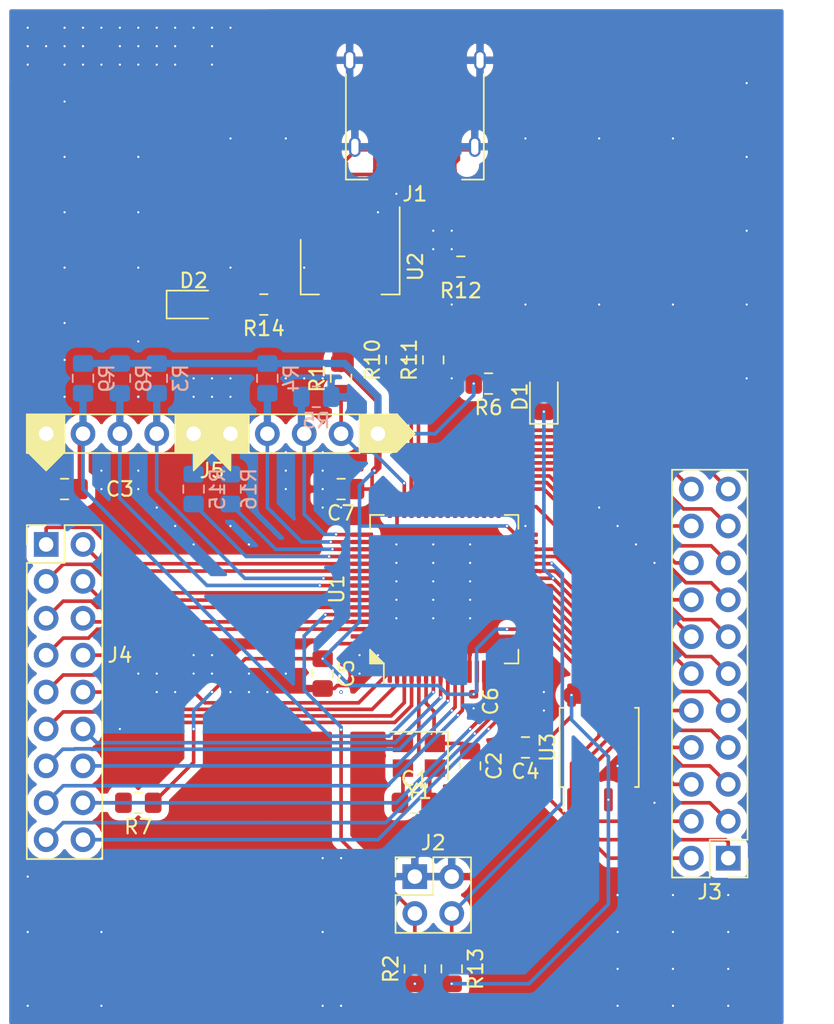
<source format=kicad_pcb>
(kicad_pcb (version 20171130) (host pcbnew "(5.1.4)-1")
  (title_block (title KEYBOARD_MCU) (rev V0.1) (company N.O.S.T))
  (layers (0 F.Cu signal) (31 B.Cu signal) (34 B.Paste user) (35 F.Paste user) (36 B.SilkS user) (37 F.SilkS user) (38 B.Mask user) (39 F.Mask user) (44 Edge.Cuts user))
  (net 0 "")
  (net 1 /PD0)
  (net 2 GND)
  (net 3 /PD1)
  (net 4 /NRST)
  (net 5 /3.3V)
  (net 6 /PB0)
  (net 7 "Net-(D1-Pad2)")
  (net 8 /5V)
  (net 9 "Net-(J1-PadA5)")
  (net 10 "Net-(J1-PadA8)")
  (net 11 "Net-(J1-PadB5)")
  (net 12 "Net-(J1-PadB8)")
  (net 13 /BOOT0)
  (net 14 /BOOT1)
  (net 15 /PB4)
  (net 16 /PA15)
  (net 17 /PA13)
  (net 18 /PA14)
  (net 19 /PB3)
  (net 20 /PC10)
  (net 21 /PC11)
  (net 22 /PC12)
  (net 23 /PD2)
  (net 24 /PB5)
  (net 25 /PB6)
  (net 26 /PB7)
  (net 27 /PB8)
  (net 28 /PB9)
  (net 29 /VBAT)
  (net 30 /PC13)
  (net 31 /PC14)
  (net 32 /PC15)
  (net 33 /PC0)
  (net 34 /PC1)
  (net 35 /PC2)
  (net 36 /PC3)
  (net 37 /PA0)
  (net 38 /PA1)
  (net 39 /PA2)
  (net 40 /PA4)
  (net 41 /PA3)
  (net 42 /PA6)
  (net 43 /PA5)
  (net 44 /PC4)
  (net 45 /PA7)
  (net 46 /PC5)
  (net 47 /PB1)
  (net 48 /PB11)
  (net 49 /PB10)
  (net 50 /PB13)
  (net 51 /PB12)
  (net 52 /PB15)
  (net 53 /PB14)
  (net 54 /PC7)
  (net 55 /PC6)
  (net 56 /PC9)
  (net 57 /PC8)
  (net 58 /PA9)
  (net 59 /PA8)
  (net 60 /PA10)
  (net 61 /D+)
  (net 62 /D-)
  (net 63 /S-)
  (net 64 /S+)
  (net 65 "Net-(D2-Pad2)")
  (net 66 "Net-(J5-Pad5)")
  (net 67 "Net-(J5-Pad6)")
  (module Package_QFP:LQFP-64_10x10mm_P0.5mm (layer F.Cu) (at 42.6646 51.339643 90)
    (fp_text reference U1 (at 0 -7.4 90) (layer F.SilkS))
    (fp_text value STM32F103RBT6)
    (pad 1 smd roundrect (at -5.675 -3.75 90) (size 1.55 0.3) (layers F.Cu F.Paste F.Mask) (net 29 /VBAT))
    (pad 2 smd roundrect (at -5.675 -3.25 90) (size 1.55 0.3) (layers F.Cu F.Paste F.Mask) (net 30 /PC13))
    (pad 3 smd roundrect (at -5.675 -2.75 90) (size 1.55 0.3) (layers F.Cu F.Paste F.Mask) (net 31 /PC14))
    (pad 4 smd roundrect (at -5.675 -2.25 90) (size 1.55 0.3) (layers F.Cu F.Paste F.Mask) (net 32 /PC15))
    (pad 5 smd roundrect (at -5.675 -1.75 90) (size 1.55 0.3) (layers F.Cu F.Paste F.Mask) (net 1 /PD0))
    (pad 6 smd roundrect (at -5.675 -1.25 90) (size 1.55 0.3) (layers F.Cu F.Paste F.Mask) (net 3 /PD1))
    (pad 7 smd roundrect (at -5.675 -0.75 90) (size 1.55 0.3) (layers F.Cu F.Paste F.Mask) (net 4 /NRST))
    (pad 8 smd roundrect (at -5.675 -0.25 90) (size 1.55 0.3) (layers F.Cu F.Paste F.Mask) (net 33 /PC0))
    (pad 9 smd roundrect (at -5.675 0.25 90) (size 1.55 0.3) (layers F.Cu F.Paste F.Mask) (net 34 /PC1))
    (pad 10 smd roundrect (at -5.675 0.75 90) (size 1.55 0.3) (layers F.Cu F.Paste F.Mask) (net 35 /PC2))
    (pad 11 smd roundrect (at -5.675 1.25 90) (size 1.55 0.3) (layers F.Cu F.Paste F.Mask) (net 36 /PC3))
    (pad 12 smd roundrect (at -5.675 1.75 90) (size 1.55 0.3) (layers F.Cu F.Paste F.Mask) (net 2 GND))
    (pad 13 smd roundrect (at -5.675 2.25 90) (size 1.55 0.3) (layers F.Cu F.Paste F.Mask) (net 5 /3.3V))
    (pad 14 smd roundrect (at -5.675 2.75 90) (size 1.55 0.3) (layers F.Cu F.Paste F.Mask) (net 37 /PA0))
    (pad 15 smd roundrect (at -5.675 3.25 90) (size 1.55 0.3) (layers F.Cu F.Paste F.Mask) (net 38 /PA1))
    (pad 16 smd roundrect (at -5.675 3.75 90) (size 1.55 0.3) (layers F.Cu F.Paste F.Mask) (net 39 /PA2))
    (pad 17 smd roundrect (at -3.75 5.675 90) (size 0.3 1.55) (layers F.Cu F.Paste F.Mask) (net 41 /PA3))
    (pad 18 smd roundrect (at -3.25 5.675 90) (size 0.3 1.55) (layers F.Cu F.Paste F.Mask) (net 2 GND))
    (pad 19 smd roundrect (at -2.75 5.675 90) (size 0.3 1.55) (layers F.Cu F.Paste F.Mask) (net 5 /3.3V))
    (pad 20 smd roundrect (at -2.25 5.675 90) (size 0.3 1.55) (layers F.Cu F.Paste F.Mask) (net 40 /PA4))
    (pad 21 smd roundrect (at -1.75 5.675 90) (size 0.3 1.55) (layers F.Cu F.Paste F.Mask) (net 43 /PA5))
    (pad 22 smd roundrect (at -1.25 5.675 90) (size 0.3 1.55) (layers F.Cu F.Paste F.Mask) (net 42 /PA6))
    (pad 23 smd roundrect (at -0.75 5.675 90) (size 0.3 1.55) (layers F.Cu F.Paste F.Mask) (net 45 /PA7))
    (pad 24 smd roundrect (at -0.25 5.675 90) (size 0.3 1.55) (layers F.Cu F.Paste F.Mask) (net 44 /PC4))
    (pad 25 smd roundrect (at 0.25 5.675 90) (size 0.3 1.55) (layers F.Cu F.Paste F.Mask) (net 46 /PC5))
    (pad 26 smd roundrect (at 0.75 5.675 90) (size 0.3 1.55) (layers F.Cu F.Paste F.Mask) (net 6 /PB0))
    (pad 27 smd roundrect (at 1.25 5.675 90) (size 0.3 1.55) (layers F.Cu F.Paste F.Mask) (net 47 /PB1))
    (pad 28 smd roundrect (at 1.75 5.675 90) (size 0.3 1.55) (layers F.Cu F.Paste F.Mask) (net 14 /BOOT1))
    (pad 29 smd roundrect (at 2.25 5.675 90) (size 0.3 1.55) (layers F.Cu F.Paste F.Mask) (net 49 /PB10))
    (pad 30 smd roundrect (at 2.75 5.675 90) (size 0.3 1.55) (layers F.Cu F.Paste F.Mask) (net 48 /PB11))
    (pad 31 smd roundrect (at 3.25 5.675 90) (size 0.3 1.55) (layers F.Cu F.Paste F.Mask) (net 2 GND))
    (pad 32 smd roundrect (at 3.75 5.675 90) (size 0.3 1.55) (layers F.Cu F.Paste F.Mask) (net 5 /3.3V))
    (pad 33 smd roundrect (at 5.675 3.75 90) (size 1.55 0.3) (layers F.Cu F.Paste F.Mask) (net 51 /PB12))
    (pad 34 smd roundrect (at 5.675 3.25 90) (size 1.55 0.3) (layers F.Cu F.Paste F.Mask) (net 50 /PB13))
    (pad 35 smd roundrect (at 5.675 2.75 90) (size 1.55 0.3) (layers F.Cu F.Paste F.Mask) (net 53 /PB14))
    (pad 36 smd roundrect (at 5.675 2.25 90) (size 1.55 0.3) (layers F.Cu F.Paste F.Mask) (net 52 /PB15))
    (pad 37 smd roundrect (at 5.675 1.75 90) (size 1.55 0.3) (layers F.Cu F.Paste F.Mask) (net 55 /PC6))
    (pad 38 smd roundrect (at 5.675 1.25 90) (size 1.55 0.3) (layers F.Cu F.Paste F.Mask) (net 54 /PC7))
    (pad 39 smd roundrect (at 5.675 0.75 90) (size 1.55 0.3) (layers F.Cu F.Paste F.Mask) (net 57 /PC8))
    (pad 40 smd roundrect (at 5.675 0.25 90) (size 1.55 0.3) (layers F.Cu F.Paste F.Mask) (net 56 /PC9))
    (pad 41 smd roundrect (at 5.675 -0.25 90) (size 1.55 0.3) (layers F.Cu F.Paste F.Mask) (net 59 /PA8))
    (pad 42 smd roundrect (at 5.675 -0.75 90) (size 1.55 0.3) (layers F.Cu F.Paste F.Mask) (net 58 /PA9))
    (pad 43 smd roundrect (at 5.675 -1.25 90) (size 1.55 0.3) (layers F.Cu F.Paste F.Mask) (net 60 /PA10))
    (pad 44 smd roundrect (at 5.675 -1.75 90) (size 1.55 0.3) (layers F.Cu F.Paste F.Mask) (net 64 /S+))
    (pad 45 smd roundrect (at 5.675 -2.25 90) (size 1.55 0.3) (layers F.Cu F.Paste F.Mask) (net 63 /S-))
    (pad 46 smd roundrect (at 5.675 -2.75 90) (size 1.55 0.3) (layers F.Cu F.Paste F.Mask) (net 17 /PA13))
    (pad 47 smd roundrect (at 5.675 -3.25 90) (size 1.55 0.3) (layers F.Cu F.Paste F.Mask) (net 2 GND))
    (pad 48 smd roundrect (at 5.675 -3.75 90) (size 1.55 0.3) (layers F.Cu F.Paste F.Mask) (net 5 /3.3V))
    (pad 49 smd roundrect (at 3.75 -5.675 90) (size 0.3 1.55) (layers F.Cu F.Paste F.Mask) (net 18 /PA14))
    (pad 50 smd roundrect (at 3.25 -5.675 90) (size 0.3 1.55) (layers F.Cu F.Paste F.Mask) (net 16 /PA15))
    (pad 51 smd roundrect (at 2.75 -5.675 90) (size 0.3 1.55) (layers F.Cu F.Paste F.Mask) (net 20 /PC10))
    (pad 52 smd roundrect (at 2.25 -5.675 90) (size 0.3 1.55) (layers F.Cu F.Paste F.Mask) (net 21 /PC11))
    (pad 53 smd roundrect (at 1.75 -5.675 90) (size 0.3 1.55) (layers F.Cu F.Paste F.Mask) (net 22 /PC12))
    (pad 54 smd roundrect (at 1.25 -5.675 90) (size 0.3 1.55) (layers F.Cu F.Paste F.Mask) (net 23 /PD2))
    (pad 55 smd roundrect (at 0.75 -5.675 90) (size 0.3 1.55) (layers F.Cu F.Paste F.Mask) (net 19 /PB3))
    (pad 56 smd roundrect (at 0.25 -5.675 90) (size 0.3 1.55) (layers F.Cu F.Paste F.Mask) (net 15 /PB4))
    (pad 57 smd roundrect (at -0.25 -5.675 90) (size 0.3 1.55) (layers F.Cu F.Paste F.Mask) (net 24 /PB5))
    (pad 58 smd roundrect (at -0.75 -5.675 90) (size 0.3 1.55) (layers F.Cu F.Paste F.Mask) (net 25 /PB6))
    (pad 59 smd roundrect (at -1.25 -5.675 90) (size 0.3 1.55) (layers F.Cu F.Paste F.Mask) (net 26 /PB7))
    (pad 60 smd roundrect (at -1.75 -5.675 90) (size 0.3 1.55) (layers F.Cu F.Paste F.Mask) (net 13 /BOOT0))
    (pad 61 smd roundrect (at -2.25 -5.675 90) (size 0.3 1.55) (layers F.Cu F.Paste F.Mask) (net 27 /PB8))
    (pad 62 smd roundrect (at -2.75 -5.675 90) (size 0.3 1.55) (layers F.Cu F.Paste F.Mask) (net 28 /PB9))
    (pad 63 smd roundrect (at -3.25 -5.675 90) (size 0.3 1.55) (layers F.Cu F.Paste F.Mask) (net 2 GND))
    (pad 64 smd roundrect (at -3.75 -5.675 90) (size 0.3 1.55) (layers F.Cu F.Paste F.Mask) (net 5 /3.3V))
  )
  (module Connector_PinHeader_2.54mm:PinHeader_1x10_P2.54mm_Vertical (layer F.Cu) (at 38.1 40.64 270)
    (fp_text reference J5 (at 2.54 11.43 180) (layer F.SilkS))
    (fp_text value Conn_01x10)
    (pad 1 thru_hole rect (at 0 0 270) (size 1.7 1.7) (drill 1) (layers *.Cu *.Mask) (net 5 /3.3V))
    (pad 2 thru_hole oval (at 0 2.54 270) (size 1.7 1.7) (drill 1) (layers *.Cu *.Mask) (net 17 /PA13))
    (pad 3 thru_hole oval (at 0 5.08 270) (size 1.7 1.7) (drill 1) (layers *.Cu *.Mask) (net 18 /PA14))
    (pad 4 thru_hole oval (at 0 7.62 270) (size 1.7 1.7) (drill 1) (layers *.Cu *.Mask) (net 16 /PA15))
    (pad 5 thru_hole oval (at 0 10.16 270) (size 1.7 1.7) (drill 1) (layers *.Cu *.Mask) (net 66 "Net-(J5-Pad5)"))
    (pad 6 thru_hole oval (at 0 12.7 270) (size 1.7 1.7) (drill 1) (layers *.Cu *.Mask) (net 67 "Net-(J5-Pad6)"))
    (pad 7 thru_hole oval (at 0 15.24 270) (size 1.7 1.7) (drill 1) (layers *.Cu *.Mask) (net 19 /PB3))
    (pad 8 thru_hole oval (at 0 17.78 270) (size 1.7 1.7) (drill 1) (layers *.Cu *.Mask) (net 15 /PB4))
    (pad 9 thru_hole oval (at 0 20.32 270) (size 1.7 1.7) (drill 1) (layers *.Cu *.Mask) (net 4 /NRST))
    (pad 10 thru_hole oval (at 0 22.86 270) (size 1.7 1.7) (drill 1) (layers *.Cu *.Mask) (net 2 GND))
  )
  (module Package_SO:SOIC-8_5.23x5.23mm_P1.27mm (layer F.Cu) (at 53.34 62.23 90)
    (fp_text reference U3 (at 0 -3.56 90) (layer F.SilkS))
    (fp_text value W25Q32JVSS)
    (pad 1 smd roundrect (at -3.6 -1.905 90) (size 1.6 0.6) (layers F.Cu F.Paste F.Mask) (net 40 /PA4))
    (pad 2 smd roundrect (at -3.6 -0.635 90) (size 1.6 0.6) (layers F.Cu F.Paste F.Mask) (net 42 /PA6))
    (pad 3 smd roundrect (at -3.6 0.635 90) (size 1.6 0.6) (layers F.Cu F.Paste F.Mask) (net 5 /3.3V))
    (pad 4 smd roundrect (at -3.6 1.905 90) (size 1.6 0.6) (layers F.Cu F.Paste F.Mask) (net 2 GND))
    (pad 5 smd roundrect (at 3.6 1.905 90) (size 1.6 0.6) (layers F.Cu F.Paste F.Mask) (net 45 /PA7))
    (pad 6 smd roundrect (at 3.6 0.635 90) (size 1.6 0.6) (layers F.Cu F.Paste F.Mask) (net 43 /PA5))
    (pad 7 smd roundrect (at 3.6 -0.635 90) (size 1.6 0.6) (layers F.Cu F.Paste F.Mask) (net 5 /3.3V))
    (pad 8 smd roundrect (at 3.6 -1.905 90) (size 1.6 0.6) (layers F.Cu F.Paste F.Mask) (net 5 /3.3V))
  )
  (module Connector_USB:USB_C_Receptacle_Amphenol_12401610E4-2A (layer F.Cu) (at 40.64 17.78 180)
    (fp_text reference J1 (at 0 -6.36) (layer F.SilkS))
    (fp_text value USB_C_Receptacle_USB2.0)
    (pad S1 thru_hole oval (at -4.13 -3.11 180) (size 0.8 1.4) (drill oval 0.5 1.1) (layers *.Cu *.Mask) (net 2 GND))
    (pad A1 smd rect (at -2.75 -5.02 180) (size 0.3 0.7) (layers F.Cu F.Paste F.Mask) (net 2 GND))
    (pad A2 smd rect (at -2.25 -5.02 180) (size 0.3 0.7) (layers F.Cu F.Paste F.Mask))
    (pad A3 smd rect (at -1.75 -5.02 180) (size 0.3 0.7) (layers F.Cu F.Paste F.Mask))
    (pad A4 smd rect (at -1.25 -5.02 180) (size 0.3 0.7) (layers F.Cu F.Paste F.Mask) (net 8 /5V))
    (pad A5 smd rect (at -0.75 -5.02 180) (size 0.3 0.7) (layers F.Cu F.Paste F.Mask) (net 9 "Net-(J1-PadA5)"))
    (pad A6 smd rect (at -0.25 -5.02 180) (size 0.3 0.7) (layers F.Cu F.Paste F.Mask) (net 61 /D+))
    (pad A7 smd rect (at 0.25 -5.02 180) (size 0.3 0.7) (layers F.Cu F.Paste F.Mask) (net 62 /D-))
    (pad A12 smd rect (at 2.75 -5.02 180) (size 0.3 0.7) (layers F.Cu F.Paste F.Mask) (net 2 GND))
    (pad A10 smd rect (at 1.75 -5.02 180) (size 0.3 0.7) (layers F.Cu F.Paste F.Mask))
    (pad A9 smd rect (at 1.25 -5.02 180) (size 0.3 0.7) (layers F.Cu F.Paste F.Mask) (net 8 /5V))
    (pad A8 smd rect (at 0.75 -5.02 180) (size 0.3 0.7) (layers F.Cu F.Paste F.Mask) (net 10 "Net-(J1-PadA8)"))
    (pad A11 smd rect (at 2.25 -5.02 180) (size 0.3 0.7) (layers F.Cu F.Paste F.Mask))
    (pad B1 smd rect (at 2.5 -3.32 180) (size 0.3 0.7) (layers F.Cu F.Paste F.Mask) (net 2 GND))
    (pad S1 thru_hole oval (at 4.13 -3.11 180) (size 0.8 1.4) (drill oval 0.5 1.1) (layers *.Cu *.Mask) (net 2 GND))
    (pad S1 thru_hole oval (at 4.49 2.84 180) (size 0.8 1.4) (drill oval 0.5 1.1) (layers *.Cu *.Mask) (net 2 GND))
    (pad S1 thru_hole oval (at -4.49 2.84 180) (size 0.8 1.4) (drill oval 0.5 1.1) (layers *.Cu *.Mask) (net 2 GND))
    (pad "" np_thru_hole oval (at 3.6 -4.36 180) (size 0.95 0.65) (drill oval 0.95 0.65) (layers *.Cu *.Mask))
    (pad "" np_thru_hole circle (at -3.6 -4.36 180) (size 0.65 0.65) (drill 0.65) (layers *.Cu *.Mask))
    (pad B2 smd rect (at 2 -3.32 180) (size 0.3 0.7) (layers F.Cu F.Paste F.Mask))
    (pad B3 smd rect (at 1.5 -3.32 180) (size 0.3 0.7) (layers F.Cu F.Paste F.Mask))
    (pad B4 smd rect (at 1 -3.32 180) (size 0.3 0.7) (layers F.Cu F.Paste F.Mask) (net 8 /5V))
    (pad B5 smd rect (at 0.5 -3.32 180) (size 0.3 0.7) (layers F.Cu F.Paste F.Mask) (net 11 "Net-(J1-PadB5)"))
    (pad B6 smd rect (at 0 -3.32 180) (size 0.3 0.7) (layers F.Cu F.Paste F.Mask) (net 61 /D+))
    (pad B7 smd rect (at -0.5 -3.32 180) (size 0.3 0.7) (layers F.Cu F.Paste F.Mask) (net 62 /D-))
    (pad B8 smd rect (at -1 -3.32 180) (size 0.3 0.7) (layers F.Cu F.Paste F.Mask) (net 12 "Net-(J1-PadB8)"))
    (pad B9 smd rect (at -1.5 -3.32 180) (size 0.3 0.7) (layers F.Cu F.Paste F.Mask) (net 8 /5V))
    (pad B10 smd rect (at -2 -3.32 180) (size 0.3 0.7) (layers F.Cu F.Paste F.Mask))
    (pad B11 smd rect (at -2.5 -3.32 180) (size 0.3 0.7) (layers F.Cu F.Paste F.Mask))
    (pad B12 smd rect (at -3 -3.32 180) (size 0.3 0.7) (layers F.Cu F.Paste F.Mask) (net 2 GND))
  )
  (module Connector_PinHeader_2.54mm:PinHeader_2x02_P2.54mm_Vertical (layer F.Cu) (at 40.64 71.12)
    (fp_text reference J2 (at 1.27 -2.33) (layer F.SilkS))
    (fp_text value Conn_02x02_Odd_Even)
    (pad 4 thru_hole oval (at 2.54 2.54) (size 1.7 1.7) (drill 1) (layers *.Cu *.Mask) (net 14 /BOOT1))
    (pad 3 thru_hole oval (at 0 2.54) (size 1.7 1.7) (drill 1) (layers *.Cu *.Mask) (net 13 /BOOT0))
    (pad 2 thru_hole oval (at 2.54 0) (size 1.7 1.7) (drill 1) (layers *.Cu *.Mask) (net 2 GND))
    (pad 1 thru_hole rect (at 0 0) (size 1.7 1.7) (drill 1) (layers *.Cu *.Mask) (net 2 GND))
  )
  (module Resistor_SMD:R_0805_2012Metric_Pad1.15x1.40mm_HandSolder (layer F.Cu) (at 39.37 35.56 90)
    (fp_text reference R10 (at 0 -1.65 90) (layer F.SilkS))
    (fp_text value R_Small)
    (pad 2 smd roundrect (at 1.025 0 90) (size 1.15 1.4) (layers F.Cu F.Paste F.Mask) (roundrect_rratio 0.217391) (net 62 /D-))
    (pad 1 smd roundrect (at -1.025 0 90) (size 1.15 1.4) (layers F.Cu F.Paste F.Mask) (roundrect_rratio 0.217391) (net 63 /S-))
  )
  (module Resistor_SMD:R_0805_2012Metric_Pad1.15x1.40mm_HandSolder (layer F.Cu) (at 41.91 35.56 90)
    (fp_text reference R11 (at 0 -1.65 90) (layer F.SilkS))
    (fp_text value R_Small)
    (pad 1 smd roundrect (at -1.025 0 90) (size 1.15 1.4) (layers F.Cu F.Paste F.Mask) (roundrect_rratio 0.217391) (net 64 /S+))
    (pad 2 smd roundrect (at 1.025 0 90) (size 1.15 1.4) (layers F.Cu F.Paste F.Mask) (roundrect_rratio 0.217391) (net 61 /D+))
  )
  (module Package_TO_SOT_SMD:SOT-223-3_TabPin2 (layer F.Cu) (at 36.186187 29.146987 270)
    (fp_text reference U2 (at 0 -4.5 90) (layer F.SilkS))
    (fp_text value AMS1117-3.3)
    (pad 2 smd rect (at 3.15 0 270) (size 2 3.8) (layers F.Cu F.Paste F.Mask) (net 5 /3.3V))
    (pad 2 smd rect (at -3.15 0 270) (size 2 1.5) (layers F.Cu F.Paste F.Mask) (net 5 /3.3V))
    (pad 3 smd rect (at -3.15 2.3 270) (size 2 1.5) (layers F.Cu F.Paste F.Mask) (net 8 /5V))
    (pad 1 smd rect (at -3.15 -2.3 270) (size 2 1.5) (layers F.Cu F.Paste F.Mask) (net 2 GND))
  )
  (module Connector_PinHeader_2.54mm:PinHeader_2x09_P2.54mm_Vertical (layer F.Cu) (at 15.24 48.26)
    (fp_text reference J4 (at 5.08 7.62) (layer F.SilkS))
    (fp_text value Conn_02x09_Odd_Even hide)
    (pad 1 thru_hole rect (at 0 0) (size 1.7 1.7) (drill 1) (layers *.Cu *.Mask) (net 22 /PC12))
    (pad 2 thru_hole oval (at 2.54 0) (size 1.7 1.7) (drill 1) (layers *.Cu *.Mask) (net 23 /PD2))
    (pad 3 thru_hole oval (at 0 2.54) (size 1.7 1.7) (drill 1) (layers *.Cu *.Mask) (net 24 /PB5))
    (pad 4 thru_hole oval (at 2.54 2.54) (size 1.7 1.7) (drill 1) (layers *.Cu *.Mask) (net 25 /PB6))
    (pad 5 thru_hole oval (at 0 5.08) (size 1.7 1.7) (drill 1) (layers *.Cu *.Mask) (net 26 /PB7))
    (pad 6 thru_hole oval (at 2.54 5.08) (size 1.7 1.7) (drill 1) (layers *.Cu *.Mask) (net 27 /PB8))
    (pad 7 thru_hole oval (at 0 7.62) (size 1.7 1.7) (drill 1) (layers *.Cu *.Mask) (net 28 /PB9))
    (pad 8 thru_hole oval (at 2.54 7.62) (size 1.7 1.7) (drill 1) (layers *.Cu *.Mask) (net 29 /VBAT))
    (pad 9 thru_hole oval (at 0 10.16) (size 1.7 1.7) (drill 1) (layers *.Cu *.Mask) (net 30 /PC13))
    (pad 10 thru_hole oval (at 2.54 10.16) (size 1.7 1.7) (drill 1) (layers *.Cu *.Mask) (net 31 /PC14))
    (pad 11 thru_hole oval (at 0 12.7) (size 1.7 1.7) (drill 1) (layers *.Cu *.Mask) (net 32 /PC15))
    (pad 12 thru_hole oval (at 2.54 12.7) (size 1.7 1.7) (drill 1) (layers *.Cu *.Mask) (net 33 /PC0))
    (pad 13 thru_hole oval (at 0 15.24) (size 1.7 1.7) (drill 1) (layers *.Cu *.Mask) (net 34 /PC1))
    (pad 14 thru_hole oval (at 2.54 15.24) (size 1.7 1.7) (drill 1) (layers *.Cu *.Mask) (net 35 /PC2))
    (pad 15 thru_hole oval (at 0 17.78) (size 1.7 1.7) (drill 1) (layers *.Cu *.Mask) (net 36 /PC3))
    (pad 16 thru_hole oval (at 2.54 17.78) (size 1.7 1.7) (drill 1) (layers *.Cu *.Mask) (net 37 /PA0))
    (pad 17 thru_hole oval (at 0 20.32) (size 1.7 1.7) (drill 1) (layers *.Cu *.Mask) (net 38 /PA1))
    (pad 18 thru_hole oval (at 2.54 20.32) (size 1.7 1.7) (drill 1) (layers *.Cu *.Mask) (net 39 /PA2))
  )
  (module Connector_PinHeader_2.54mm:PinHeader_2x11_P2.54mm_Vertical (layer F.Cu) (at 62.23 69.85 180)
    (fp_text reference J3 (at 1.27 -2.33) (layer F.SilkS))
    (fp_text value Conn_02x11_Odd_Even)
    (pad 1 thru_hole rect (at 0 0 180) (size 1.7 1.7) (drill 1) (layers *.Cu *.Mask) (net 40 /PA4))
    (pad 2 thru_hole oval (at 2.54 0 180) (size 1.7 1.7) (drill 1) (layers *.Cu *.Mask) (net 41 /PA3))
    (pad 3 thru_hole oval (at 0 2.54 180) (size 1.7 1.7) (drill 1) (layers *.Cu *.Mask) (net 42 /PA6))
    (pad 4 thru_hole oval (at 2.54 2.54 180) (size 1.7 1.7) (drill 1) (layers *.Cu *.Mask) (net 43 /PA5))
    (pad 5 thru_hole oval (at 0 5.08 180) (size 1.7 1.7) (drill 1) (layers *.Cu *.Mask) (net 44 /PC4))
    (pad 6 thru_hole oval (at 2.54 5.08 180) (size 1.7 1.7) (drill 1) (layers *.Cu *.Mask) (net 45 /PA7))
    (pad 7 thru_hole oval (at 0 7.62 180) (size 1.7 1.7) (drill 1) (layers *.Cu *.Mask) (net 6 /PB0))
    (pad 8 thru_hole oval (at 2.54 7.62 180) (size 1.7 1.7) (drill 1) (layers *.Cu *.Mask) (net 46 /PC5))
    (pad 9 thru_hole oval (at 0 10.16 180) (size 1.7 1.7) (drill 1) (layers *.Cu *.Mask) (net 49 /PB10))
    (pad 10 thru_hole oval (at 2.54 10.16 180) (size 1.7 1.7) (drill 1) (layers *.Cu *.Mask) (net 47 /PB1))
    (pad 11 thru_hole oval (at 0 12.7 180) (size 1.7 1.7) (drill 1) (layers *.Cu *.Mask) (net 51 /PB12))
    (pad 12 thru_hole oval (at 2.54 12.7 180) (size 1.7 1.7) (drill 1) (layers *.Cu *.Mask) (net 48 /PB11))
    (pad 13 thru_hole oval (at 0 15.24 180) (size 1.7 1.7) (drill 1) (layers *.Cu *.Mask) (net 53 /PB14))
    (pad 14 thru_hole oval (at 2.54 15.24 180) (size 1.7 1.7) (drill 1) (layers *.Cu *.Mask) (net 50 /PB13))
    (pad 15 thru_hole oval (at 0 17.78 180) (size 1.7 1.7) (drill 1) (layers *.Cu *.Mask) (net 55 /PC6))
    (pad 16 thru_hole oval (at 2.54 17.78 180) (size 1.7 1.7) (drill 1) (layers *.Cu *.Mask) (net 52 /PB15))
    (pad 17 thru_hole oval (at 0 20.32 180) (size 1.7 1.7) (drill 1) (layers *.Cu *.Mask) (net 57 /PC8))
    (pad 18 thru_hole oval (at 2.54 20.32 180) (size 1.7 1.7) (drill 1) (layers *.Cu *.Mask) (net 54 /PC7))
    (pad 19 thru_hole oval (at 0 22.86 180) (size 1.7 1.7) (drill 1) (layers *.Cu *.Mask) (net 59 /PA8))
    (pad 20 thru_hole oval (at 2.54 22.86 180) (size 1.7 1.7) (drill 1) (layers *.Cu *.Mask) (net 56 /PC9))
    (pad 21 thru_hole oval (at 0 25.4 180) (size 1.7 1.7) (drill 1) (layers *.Cu *.Mask) (net 60 /PA10))
    (pad 22 thru_hole oval (at 2.54 25.4 180) (size 1.7 1.7) (drill 1) (layers *.Cu *.Mask) (net 58 /PA9))
  )
  (module Capacitor_SMD:C_0805_2012Metric_Pad1.15x1.40mm_HandSolder (layer F.Cu) (at 16.51 44.45 180)
    (fp_text reference C3 (at -3.81 0) (layer F.SilkS))
    (fp_text value C_Small)
    (pad 1 smd roundrect (at -1.025 0 180) (size 1.15 1.4) (layers F.Cu F.Paste F.Mask) (roundrect_rratio 0.217391) (net 4 /NRST))
    (pad 2 smd roundrect (at 1.025 0 180) (size 1.15 1.4) (layers F.Cu F.Paste F.Mask) (roundrect_rratio 0.217391) (net 2 GND))
  )
  (module Resistor_SMD:R_0805_2012Metric_Pad1.15x1.40mm_HandSolder (layer B.Cu) (at 17.78 36.83 90)
    (fp_text reference R9 (at 0 1.65 90) (layer B.SilkS) (effects (justify mirror)))
    (fp_text value R_Small)
    (pad 1 smd roundrect (at -1.025 0 90) (size 1.15 1.4) (layers B.Cu B.Paste B.Mask) (roundrect_rratio 0.217391) (net 4 /NRST))
    (pad 2 smd roundrect (at 1.025 0 90) (size 1.15 1.4) (layers B.Cu B.Paste B.Mask) (roundrect_rratio 0.217391) (net 5 /3.3V))
  )
  (module Resistor_SMD:R_0805_2012Metric_Pad1.15x1.40mm_HandSolder (layer B.Cu) (at 25.4 44.45 90)
    (fp_text reference R15 (at 0 1.65 270) (layer B.SilkS) (effects (justify mirror)))
    (fp_text value R_Small)
    (pad 1 smd roundrect (at -1.025 0 90) (size 1.15 1.4) (layers B.Cu B.Paste B.Mask) (roundrect_rratio 0.217391) (net 21 /PC11))
    (pad 2 smd roundrect (at 1.025 0 90) (size 1.15 1.4) (layers B.Cu B.Paste B.Mask) (roundrect_rratio 0.217391) (net 67 "Net-(J5-Pad6)"))
  )
  (module Resistor_SMD:R_0805_2012Metric_Pad1.15x1.40mm_HandSolder (layer B.Cu) (at 27.94 44.45 90)
    (fp_text reference R16 (at 0 1.27 270) (layer B.SilkS) (effects (justify mirror)))
    (fp_text value R_Small)
    (pad 2 smd roundrect (at 1.025 0 90) (size 1.15 1.4) (layers B.Cu B.Paste B.Mask) (roundrect_rratio 0.217391) (net 66 "Net-(J5-Pad5)"))
    (pad 1 smd roundrect (at -1.025 0 90) (size 1.15 1.4) (layers B.Cu B.Paste B.Mask) (roundrect_rratio 0.217391) (net 20 /PC10))
  )
  (module Capacitor_SMD:C_0805_2012Metric_Pad1.15x1.40mm_HandSolder (layer F.Cu) (at 40.64 66.04)
    (fp_text reference C1 (at 0 -1.65) (layer F.SilkS))
    (fp_text value C_Small)
    (pad 2 smd roundrect (at 1.025 0) (size 1.15 1.4) (layers F.Cu F.Paste F.Mask) (roundrect_rratio 0.217391) (net 2 GND))
    (pad 1 smd roundrect (at -1.025 0) (size 1.15 1.4) (layers F.Cu F.Paste F.Mask) (roundrect_rratio 0.217391) (net 1 /PD0))
  )
  (module Capacitor_SMD:C_0805_2012Metric_Pad1.15x1.40mm_HandSolder (layer F.Cu) (at 44.45 63.5 270)
    (fp_text reference C2 (at 0 -1.65 90) (layer F.SilkS))
    (fp_text value C_Small)
    (pad 1 smd roundrect (at -1.025 0 270) (size 1.15 1.4) (layers F.Cu F.Paste F.Mask) (roundrect_rratio 0.217391) (net 3 /PD1))
    (pad 2 smd roundrect (at 1.025 0 270) (size 1.15 1.4) (layers F.Cu F.Paste F.Mask) (roundrect_rratio 0.217391) (net 2 GND))
  )
  (module Capacitor_SMD:C_0805_2012Metric_Pad1.15x1.40mm_HandSolder (layer F.Cu) (at 48.26 62.23 180)
    (fp_text reference C4 (at 0 -1.65) (layer F.SilkS))
    (fp_text value C_Small)
    (pad 1 smd roundrect (at -1.025 0 180) (size 1.15 1.4) (layers F.Cu F.Paste F.Mask) (roundrect_rratio 0.217391) (net 5 /3.3V))
    (pad 2 smd roundrect (at 1.025 0 180) (size 1.15 1.4) (layers F.Cu F.Paste F.Mask) (roundrect_rratio 0.217391) (net 2 GND))
  )
  (module Capacitor_SMD:C_0805_2012Metric_Pad1.15x1.40mm_HandSolder (layer F.Cu) (at 34.29 57.15 270)
    (fp_text reference C5 (at 0 -1.65 90) (layer F.SilkS))
    (fp_text value C_Small)
    (pad 2 smd roundrect (at 1.025 0 270) (size 1.15 1.4) (layers F.Cu F.Paste F.Mask) (roundrect_rratio 0.217391) (net 2 GND))
    (pad 1 smd roundrect (at -1.025 0 270) (size 1.15 1.4) (layers F.Cu F.Paste F.Mask) (roundrect_rratio 0.217391) (net 5 /3.3V))
  )
  (module Capacitor_SMD:C_0805_2012Metric_Pad1.15x1.40mm_HandSolder (layer F.Cu) (at 35.56 44.45 180)
    (fp_text reference C7 (at 0 -1.65) (layer F.SilkS))
    (fp_text value C_Small)
    (pad 2 smd roundrect (at 1.025 0 180) (size 1.15 1.4) (layers F.Cu F.Paste F.Mask) (roundrect_rratio 0.217391) (net 2 GND))
    (pad 1 smd roundrect (at -1.025 0 180) (size 1.15 1.4) (layers F.Cu F.Paste F.Mask) (roundrect_rratio 0.217391) (net 5 /3.3V))
  )
  (module LED_SMD:LED_0805_2012Metric_Pad1.15x1.40mm_HandSolder (layer F.Cu) (at 49.53 38.1 90)
    (fp_text reference D1 (at 0 -1.65 90) (layer F.SilkS))
    (fp_text value LED)
    (pad 1 smd roundrect (at -1.025 0 90) (size 1.15 1.4) (layers F.Cu F.Paste F.Mask) (roundrect_rratio 0.217391) (net 6 /PB0))
    (pad 2 smd roundrect (at 1.025 0 90) (size 1.15 1.4) (layers F.Cu F.Paste F.Mask) (roundrect_rratio 0.217391) (net 7 "Net-(D1-Pad2)"))
  )
  (module LED_SMD:LED_0805_2012Metric_Pad1.15x1.40mm_HandSolder (layer F.Cu) (at 25.4 31.75)
    (fp_text reference D2 (at 0 -1.65) (layer F.SilkS))
    (fp_text value LED)
    (pad 2 smd roundrect (at 1.025 0) (size 1.15 1.4) (layers F.Cu F.Paste F.Mask) (roundrect_rratio 0.217391) (net 65 "Net-(D2-Pad2)"))
    (pad 1 smd roundrect (at -1.025 0) (size 1.15 1.4) (layers F.Cu F.Paste F.Mask) (roundrect_rratio 0.217391) (net 2 GND))
  )
  (module Resistor_SMD:R_0805_2012Metric_Pad1.15x1.40mm_HandSolder (layer F.Cu) (at 35.56 36.83 90)
    (fp_text reference R1 (at 0 -1.65 90) (layer F.SilkS))
    (fp_text value R_Small)
    (pad 2 smd roundrect (at 1.025 0 90) (size 1.15 1.4) (layers F.Cu F.Paste F.Mask) (roundrect_rratio 0.217391) (net 5 /3.3V))
    (pad 1 smd roundrect (at -1.025 0 90) (size 1.15 1.4) (layers F.Cu F.Paste F.Mask) (roundrect_rratio 0.217391) (net 17 /PA13))
  )
  (module Resistor_SMD:R_0805_2012Metric_Pad1.15x1.40mm_HandSolder (layer F.Cu) (at 40.64 77.47 90)
    (fp_text reference R2 (at 0 -1.65 90) (layer F.SilkS))
    (fp_text value R_Small)
    (pad 1 smd roundrect (at -1.025 0 90) (size 1.15 1.4) (layers F.Cu F.Paste F.Mask) (roundrect_rratio 0.217391) (net 5 /3.3V))
    (pad 2 smd roundrect (at 1.025 0 90) (size 1.15 1.4) (layers F.Cu F.Paste F.Mask) (roundrect_rratio 0.217391) (net 13 /BOOT0))
  )
  (module Resistor_SMD:R_0805_2012Metric_Pad1.15x1.40mm_HandSolder (layer B.Cu) (at 22.86 36.83 90)
    (fp_text reference R3 (at 0 1.65 90) (layer B.SilkS) (effects (justify mirror)))
    (fp_text value R_Small)
    (pad 1 smd roundrect (at -1.025 0 90) (size 1.15 1.4) (layers B.Cu B.Paste B.Mask) (roundrect_rratio 0.217391) (net 19 /PB3))
    (pad 2 smd roundrect (at 1.025 0 90) (size 1.15 1.4) (layers B.Cu B.Paste B.Mask) (roundrect_rratio 0.217391) (net 5 /3.3V))
  )
  (module Resistor_SMD:R_0805_2012Metric_Pad1.15x1.40mm_HandSolder (layer B.Cu) (at 30.48 36.83 90)
    (fp_text reference R4 (at 0 1.65 90) (layer B.SilkS) (effects (justify mirror)))
    (fp_text value R_Small)
    (pad 2 smd roundrect (at 1.025 0 90) (size 1.15 1.4) (layers B.Cu B.Paste B.Mask) (roundrect_rratio 0.217391) (net 5 /3.3V))
    (pad 1 smd roundrect (at -1.025 0 90) (size 1.15 1.4) (layers B.Cu B.Paste B.Mask) (roundrect_rratio 0.217391) (net 16 /PA15))
  )
  (module Resistor_SMD:R_0805_2012Metric_Pad1.15x1.40mm_HandSolder (layer B.Cu) (at 33.85 38.1)
    (fp_text reference R5 (at 0 1.65) (layer B.SilkS) (effects (justify mirror)))
    (fp_text value R_Small)
    (pad 2 smd roundrect (at 1.025 0) (size 1.15 1.4) (layers B.Cu B.Paste B.Mask) (roundrect_rratio 0.217391) (net 2 GND))
    (pad 1 smd roundrect (at -1.025 0) (size 1.15 1.4) (layers B.Cu B.Paste B.Mask) (roundrect_rratio 0.217391) (net 18 /PA14))
  )
  (module Resistor_SMD:R_0805_2012Metric_Pad1.15x1.40mm_HandSolder (layer F.Cu) (at 45.72 37.191309 180)
    (fp_text reference R6 (at 0 -1.65) (layer F.SilkS))
    (fp_text value R_Small)
    (pad 1 smd roundrect (at -1.025 0 180) (size 1.15 1.4) (layers F.Cu F.Paste F.Mask) (roundrect_rratio 0.217391) (net 7 "Net-(D1-Pad2)"))
    (pad 2 smd roundrect (at 1.025 0 180) (size 1.15 1.4) (layers F.Cu F.Paste F.Mask) (roundrect_rratio 0.217391) (net 5 /3.3V))
  )
  (module Resistor_SMD:R_0805_2012Metric_Pad1.15x1.40mm_HandSolder (layer F.Cu) (at 21.59 66.04 180)
    (fp_text reference R7 (at 0 -1.65) (layer F.SilkS))
    (fp_text value R_Small)
    (pad 2 smd roundrect (at 1.025 0 180) (size 1.15 1.4) (layers F.Cu F.Paste F.Mask) (roundrect_rratio 0.217391) (net 37 /PA0))
    (pad 1 smd roundrect (at -1.025 0 180) (size 1.15 1.4) (layers F.Cu F.Paste F.Mask) (roundrect_rratio 0.217391) (net 5 /3.3V))
  )
  (module Resistor_SMD:R_0805_2012Metric_Pad1.15x1.40mm_HandSolder (layer B.Cu) (at 20.32 36.83 90)
    (fp_text reference R8 (at 0 1.65 90) (layer B.SilkS) (effects (justify mirror)))
    (fp_text value R_Small)
    (pad 1 smd roundrect (at -1.025 0 90) (size 1.15 1.4) (layers B.Cu B.Paste B.Mask) (roundrect_rratio 0.217391) (net 15 /PB4))
    (pad 2 smd roundrect (at 1.025 0 90) (size 1.15 1.4) (layers B.Cu B.Paste B.Mask) (roundrect_rratio 0.217391) (net 5 /3.3V))
  )
  (module Resistor_SMD:R_0805_2012Metric_Pad1.15x1.40mm_HandSolder (layer F.Cu) (at 43.806187 29.146987 180)
    (fp_text reference R12 (at 0 -1.65) (layer F.SilkS))
    (fp_text value R_Small)
    (pad 1 smd roundrect (at -1.025 0 180) (size 1.15 1.4) (layers F.Cu F.Paste F.Mask) (roundrect_rratio 0.217391) (net 8 /5V))
    (pad 2 smd roundrect (at 1.025 0 180) (size 1.15 1.4) (layers F.Cu F.Paste F.Mask) (roundrect_rratio 0.217391) (net 61 /D+))
  )
  (module Resistor_SMD:R_0805_2012Metric_Pad1.15x1.40mm_HandSolder (layer F.Cu) (at 43.18 77.47 270)
    (fp_text reference R13 (at 0 -1.65 90) (layer F.SilkS))
    (fp_text value R_Small)
    (pad 1 smd roundrect (at -1.025 0 270) (size 1.15 1.4) (layers F.Cu F.Paste F.Mask) (roundrect_rratio 0.217391) (net 14 /BOOT1))
    (pad 2 smd roundrect (at 1.025 0 270) (size 1.15 1.4) (layers F.Cu F.Paste F.Mask) (roundrect_rratio 0.217391) (net 5 /3.3V))
  )
  (module Resistor_SMD:R_0805_2012Metric_Pad1.15x1.40mm_HandSolder (layer F.Cu) (at 30.235 31.75 180)
    (fp_text reference R14 (at 0 -1.65) (layer F.SilkS))
    (fp_text value R_Small)
    (pad 2 smd roundrect (at 1.025 0 180) (size 1.15 1.4) (layers F.Cu F.Paste F.Mask) (roundrect_rratio 0.217391) (net 65 "Net-(D2-Pad2)"))
    (pad 1 smd roundrect (at -1.025 0 180) (size 1.15 1.4) (layers F.Cu F.Paste F.Mask) (roundrect_rratio 0.217391) (net 5 /3.3V))
  )
  (module Crystal:Crystal_SMD_3225-4Pin_3.2x2.5mm (layer F.Cu) (at 40.920086 62.803836 180)
    (fp_text reference Y1 (at 0 -2.45) (layer F.SilkS))
    (fp_text value Crystal_GND24_Small)
    (pad 1 smd rect (at -1.1 0.85 180) (size 1.4 1.2) (layers F.Cu F.Paste F.Mask) (net 3 /PD1))
    (pad 2 smd rect (at 1.1 0.85 180) (size 1.4 1.2) (layers F.Cu F.Paste F.Mask) (net 2 GND))
    (pad 3 smd rect (at 1.1 -0.85 180) (size 1.4 1.2) (layers F.Cu F.Paste F.Mask) (net 1 /PD0))
    (pad 4 smd rect (at -1.1 -0.85 180) (size 1.4 1.2) (layers F.Cu F.Paste F.Mask) (net 2 GND))
  )
  (module Capacitor_SMD:C_0402_1005Metric (layer F.Cu) (at 44.69 59.055 270)
    (fp_text reference C6 (at 0 -1.17 90) (layer F.SilkS))
    (fp_text value C_Small)
    (pad 1 smd roundrect (at -0.485 0 270) (size 0.59 0.64) (layers F.Cu F.Paste F.Mask) (net 5 /3.3V))
    (pad 2 smd roundrect (at 0.485 0 270) (size 0.59 0.64) (layers F.Cu F.Paste F.Mask) (net 2 GND))
  )
  (gr_poly (pts (xy 37.5546 55.499643) (xy 37.5546 56.449643) (xy 38.5046 56.449643)) (layer F.SilkS) (width 0.1))
  (gr_text "N.O.S.T\nKEYBOARDS_MCU\nV0.1\nTESTING" (at 26.67 74.93) (layer F.Cu) (effects (font (size 1 1) (thickness 0.25))))
  (gr_poly (pts (xy 39.43 39.31) (xy 40.64 40.64) (xy 39.37 41.91) (xy 36.83 41.91) (xy 36.83 39.31)) (layer F.SilkS) (width 0.1))
  (gr_poly (pts (xy 16.51 39.37) (xy 16.51 41.91) (xy 15.24 43.18) (xy 13.97 41.91) (xy 13.97 39.37)) (layer F.SilkS) (width 0.1))
  (gr_poly (pts (xy 29.21 39.37) (xy 29.21 41.91) (xy 27.94 41.91) (xy 27.94 43.18) (xy 26.67 41.91) (xy 25.4 43.18) (xy 25.4 41.91) (xy 24.13 41.91) (xy 24.13 39.37)) (layer F.SilkS) (width 0.1))
  (via (at 35.56 58.42) (size 0.25) (drill 0.15) (layers F.Cu B.Cu) (net 0))
  (via (at 38.1 25.4) (size 0.25) (drill 0.15) (layers F.Cu B.Cu) (net 2))
  (segment (start 39.820086 65.834914) (end 39.615 66.04) (width 0.25) (layer F.Cu) (net 1))
  (segment (start 39.820086 63.653836) (end 39.820086 65.834914) (width 0.25) (layer F.Cu) (net 1))
  (segment (start 39.866457 63.692193) (end 39.766457 63.692193) (width 0.25) (layer F.Cu) (net 1))
  (segment (start 40.9146 57.014643) (end 40.9146 62.64405) (width 0.25) (layer F.Cu) (net 1))
  (segment (start 40.9146 62.64405) (end 39.866457 63.692193) (width 0.25) (layer F.Cu) (net 1))
  (segment (start 15.485 40.885) (end 15.24 40.64) (width 0.25) (layer F.Cu) (net 2))
  (segment (start 15.485 44.45) (end 15.485 40.885) (width 0.25) (layer F.Cu) (net 2))
  (via (at 31.75 44.45) (size 0.25) (drill 0.15) (layers F.Cu B.Cu) (net 2))
  (via (at 31.75 43.18) (size 0.25) (drill 0.15) (layers F.Cu B.Cu) (net 2))
  (via (at 34.29 44.45) (size 0.25) (drill 0.15) (layers F.Cu B.Cu) (net 2))
  (via (at 34.29 43.18) (size 0.25) (drill 0.15) (layers F.Cu B.Cu) (net 2))
  (via (at 21.59 44.45) (size 0.25) (drill 0.15) (layers F.Cu B.Cu) (net 2))
  (via (at 21.59 43.18) (size 0.25) (drill 0.15) (layers F.Cu B.Cu) (net 2))
  (via (at 19.05 43.18) (size 0.25) (drill 0.15) (layers F.Cu B.Cu) (net 2))
  (via (at 19.05 44.45) (size 0.25) (drill 0.15) (layers F.Cu B.Cu) (net 2))
  (via (at 24.13 46.99) (size 0.25) (drill 0.15) (layers F.Cu B.Cu) (net 2))
  (via (at 25.4 48.26) (size 0.25) (drill 0.15) (layers F.Cu B.Cu) (net 2))
  (via (at 22.86 45.72) (size 0.25) (drill 0.15) (layers F.Cu B.Cu) (net 2))
  (via (at 27.94 46.99) (size 0.25) (drill 0.15) (layers F.Cu B.Cu) (net 2))
  (via (at 29.21 48.26) (size 0.25) (drill 0.15) (layers F.Cu B.Cu) (net 2))
  (via (at 29.21 41.91) (size 0.25) (drill 0.15) (layers F.Cu B.Cu) (net 2))
  (via (at 26.67 41.91) (size 0.25) (drill 0.15) (layers F.Cu B.Cu) (net 2))
  (via (at 31.75 41.91) (size 0.25) (drill 0.15) (layers F.Cu B.Cu) (net 2))
  (via (at 34.29 41.91) (size 0.25) (drill 0.15) (layers F.Cu B.Cu) (net 2))
  (via (at 34.29 45.72) (size 0.25) (drill 0.15) (layers F.Cu B.Cu) (net 2))
  (via (at 35.56 45.72) (size 0.25) (drill 0.15) (layers F.Cu B.Cu) (net 2))
  (via (at 41.91 50.8) (size 0.25) (drill 0.15) (layers F.Cu B.Cu) (net 2))
  (via (at 41.91 52.07) (size 0.25) (drill 0.15) (layers F.Cu B.Cu) (net 2))
  (via (at 44.45 53.34) (size 0.25) (drill 0.15) (layers F.Cu B.Cu) (net 2))
  (via (at 39.37 50.8) (size 0.25) (drill 0.15) (layers F.Cu B.Cu) (net 2))
  (via (at 39.37 49.53) (size 0.25) (drill 0.15) (layers F.Cu B.Cu) (net 2))
  (via (at 39.37 48.26) (size 0.25) (drill 0.15) (layers F.Cu B.Cu) (net 2))
  (via (at 41.91 48.26) (size 0.25) (drill 0.15) (layers F.Cu B.Cu) (net 2))
  (via (at 44.45 48.26) (size 0.25) (drill 0.15) (layers F.Cu B.Cu) (net 2))
  (via (at 44.45 49.53) (size 0.25) (drill 0.15) (layers F.Cu B.Cu) (net 2))
  (via (at 44.45 50.8) (size 0.25) (drill 0.15) (layers F.Cu B.Cu) (net 2))
  (via (at 44.45 52.07) (size 0.25) (drill 0.15) (layers F.Cu B.Cu) (net 2))
  (via (at 41.91 53.34) (size 0.25) (drill 0.15) (layers F.Cu B.Cu) (net 2))
  (via (at 39.37 53.34) (size 0.25) (drill 0.15) (layers F.Cu B.Cu) (net 2))
  (via (at 39.37 52.07) (size 0.25) (drill 0.15) (layers F.Cu B.Cu) (net 2))
  (via (at 41.91 49.53) (size 0.25) (drill 0.15) (layers F.Cu B.Cu) (net 2))
  (via (at 26.67 36.83) (size 0.25) (drill 0.15) (layers F.Cu B.Cu) (net 2))
  (via (at 26.67 38.1) (size 0.25) (drill 0.15) (layers F.Cu B.Cu) (net 2))
  (via (at 27.94 38.1) (size 0.25) (drill 0.15) (layers F.Cu B.Cu) (net 2))
  (via (at 27.94 36.83) (size 0.25) (drill 0.15) (layers F.Cu B.Cu) (net 2))
  (via (at 25.4 36.83) (size 0.25) (drill 0.15) (layers F.Cu B.Cu) (net 2))
  (via (at 25.4 38.1) (size 0.25) (drill 0.15) (layers F.Cu B.Cu) (net 2))
  (segment (start 39.4146 45.664643) (end 39.4146 46.9454) (width 0.25) (layer F.Cu) (net 2))
  (segment (start 39.4146 46.9454) (end 39.37 46.99) (width 0.25) (layer F.Cu) (net 2))
  (segment (start 39.37 46.99) (end 39.37 48.26) (width 0.25) (layer F.Cu) (net 2))
  (segment (start 48.3396 48.089643) (end 44.620357 48.089643) (width 0.25) (layer F.Cu) (net 2))
  (segment (start 38.120357 54.589643) (end 36.9896 54.589643) (width 0.25) (layer F.Cu) (net 2))
  (segment (start 44.620357 48.089643) (end 38.120357 54.589643) (width 0.25) (layer F.Cu) (net 2))
  (segment (start 37.89 21.35) (end 38.14 21.1) (width 0.25) (layer F.Cu) (net 2))
  (segment (start 37.89 22.8) (end 37.89 21.35) (width 0.25) (layer F.Cu) (net 2))
  (segment (start 38.14 21.1) (end 38.14 20.36) (width 0.25) (layer F.Cu) (net 2))
  (segment (start 38.14 20.36) (end 38.1 20.32) (width 0.25) (layer F.Cu) (net 2))
  (via (at 39.37 24.13) (size 0.25) (drill 0.15) (layers F.Cu B.Cu) (net 2))
  (via (at 41.91 26.67) (size 0.25) (drill 0.15) (layers F.Cu B.Cu) (net 2))
  (via (at 41.91 27.94) (size 0.25) (drill 0.15) (layers F.Cu B.Cu) (net 2))
  (via (at 43.18 27.94) (size 0.25) (drill 0.15) (layers F.Cu B.Cu) (net 2))
  (via (at 54.61 46.99) (size 0.25) (drill 0.15) (layers F.Cu B.Cu) (net 2))
  (via (at 57.15 49.53) (size 0.25) (drill 0.15) (layers F.Cu B.Cu) (net 2))
  (via (at 48.26 46.99) (size 0.25) (drill 0.15) (layers F.Cu B.Cu) (net 2))
  (via (at 25.4 55.88) (size 0.25) (drill 0.15) (layers F.Cu B.Cu) (net 2))
  (via (at 26.67 55.88) (size 0.25) (drill 0.15) (layers F.Cu B.Cu) (net 2))
  (via (at 25.4 57.15) (size 0.25) (drill 0.15) (layers F.Cu B.Cu) (net 2))
  (via (at 26.67 57.15) (size 0.25) (drill 0.15) (layers F.Cu B.Cu) (net 2))
  (via (at 21.59 57.15) (size 0.25) (drill 0.15) (layers F.Cu B.Cu) (net 2))
  (via (at 22.86 57.15) (size 0.25) (drill 0.15) (layers F.Cu B.Cu) (net 2))
  (via (at 22.86 58.42) (size 0.25) (drill 0.15) (layers F.Cu B.Cu) (net 2))
  (via (at 24.13 58.42) (size 0.25) (drill 0.15) (layers F.Cu B.Cu) (net 2))
  (via (at 44.69 59.54) (size 0.25) (drill 0.15) (layers F.Cu B.Cu) (net 2))
  (via (at 31.75 57.15) (size 0.25) (drill 0.15) (layers F.Cu B.Cu) (net 2))
  (via (at 30.48 58.42) (size 0.25) (drill 0.15) (layers F.Cu B.Cu) (net 2))
  (via (at 29.21 57.15) (size 0.25) (drill 0.15) (layers F.Cu B.Cu) (net 2))
  (via (at 29.21 58.42) (size 0.25) (drill 0.15) (layers F.Cu B.Cu) (net 2))
  (via (at 27.94 58.42) (size 0.25) (drill 0.15) (layers F.Cu B.Cu) (net 2))
  (via (at 36.83 57.15) (size 0.25) (drill 0.15) (layers F.Cu B.Cu) (net 2))
  (via (at 38.1 55.88) (size 0.25) (drill 0.15) (layers F.Cu B.Cu) (net 2))
  (via (at 36.83 55.88) (size 0.25) (drill 0.15) (layers F.Cu B.Cu) (net 2))
  (via (at 20.32 60.96) (size 0.25) (drill 0.15) (layers F.Cu B.Cu) (net 2))
  (segment (start 43.39 23.92) (end 43.39 22.8) (width 0.25) (layer F.Cu) (net 2))
  (segment (start 44.56 21.1) (end 44.77 20.89) (width 0.25) (layer F.Cu) (net 2))
  (segment (start 43.64 21.1) (end 44.56 21.1) (width 0.25) (layer F.Cu) (net 2))
  (segment (start 43.39 22.2) (end 43.39 22.8) (width 0.25) (layer F.Cu) (net 2))
  (segment (start 43.39 22.027998) (end 43.39 22.2) (width 0.25) (layer F.Cu) (net 2))
  (segment (start 43.64 21.777998) (end 43.39 22.027998) (width 0.25) (layer F.Cu) (net 2))
  (segment (start 43.64 21.1) (end 43.64 21.777998) (width 0.25) (layer F.Cu) (net 2))
  (segment (start 37.89 22.8) (end 35.62 22.8) (width 0.25) (layer F.Cu) (net 2))
  (segment (start 36.51 21.19) (end 36.51 20.89) (width 0.25) (layer F.Cu) (net 2))
  (segment (start 35.62 22.08) (end 36.51 21.19) (width 0.25) (layer F.Cu) (net 2))
  (segment (start 35.62 22.8) (end 35.62 22.08) (width 0.25) (layer F.Cu) (net 2))
  (segment (start 36.72 21.1) (end 36.51 20.89) (width 0.25) (layer F.Cu) (net 2))
  (segment (start 38.14 21.1) (end 36.72 21.1) (width 0.25) (layer F.Cu) (net 2))
  (segment (start 41.665 64.008922) (end 42.020086 63.653836) (width 0.25) (layer F.Cu) (net 2))
  (segment (start 41.665 66.04) (end 41.665 64.008922) (width 0.25) (layer F.Cu) (net 2))
  (via (at 54.61 63.5) (size 0.25) (drill 0.15) (layers F.Cu B.Cu) (net 2))
  (via (at 57.15 66.04) (size 0.25) (drill 0.15) (layers F.Cu B.Cu) (net 2))
  (segment (start 44.4146 57.014643) (end 44.4146 55.9154) (width 0.25) (layer F.Cu) (net 2))
  (segment (start 44.4146 55.9154) (end 44.45 55.88) (width 0.25) (layer F.Cu) (net 2))
  (segment (start 44.45 55.88) (end 44.45 54.61) (width 0.25) (layer F.Cu) (net 2))
  (segment (start 44.4146 55.8446) (end 44.45 55.88) (width 0.25) (layer F.Cu) (net 2))
  (segment (start 44.45 54.61) (end 44.4146 54.6454) (width 0.25) (layer F.Cu) (net 2))
  (segment (start 44.4146 54.6454) (end 44.4146 55.8446) (width 0.25) (layer F.Cu) (net 2))
  (segment (start 48.3396 54.589643) (end 45.740357 54.589643) (width 0.25) (layer F.Cu) (net 2))
  (segment (start 45.740357 54.589643) (end 45.72 54.61) (width 0.25) (layer F.Cu) (net 2))
  (segment (start 36.010001 57.969999) (end 36.705001 57.274999) (width 0.25) (layer F.Cu) (net 2))
  (segment (start 35.09 58.175) (end 34.29 58.175) (width 0.25) (layer F.Cu) (net 2))
  (segment (start 35.295001 57.969999) (end 35.09 58.175) (width 0.25) (layer F.Cu) (net 2))
  (segment (start 36.010001 57.969999) (end 35.295001 57.969999) (width 0.25) (layer F.Cu) (net 2))
  (via (at 43.18 36.83) (size 0.25) (drill 0.15) (layers F.Cu B.Cu) (net 2))
  (via (at 31.75 36.83) (size 0.25) (drill 0.15) (layers F.Cu B.Cu) (net 2))
  (via (at 34.29 36.83) (size 0.25) (drill 0.15) (layers F.Cu B.Cu) (net 2))
  (via (at 33.02 36.83) (size 0.25) (drill 0.15) (layers F.Cu B.Cu) (net 2))
  (via (at 43.18 26.67) (size 0.25) (drill 0.15) (layers F.Cu B.Cu) (net 2))
  (via (at 13.97 12.7) (size 0.25) (drill 0.15) (layers F.Cu B.Cu) (net 2))
  (via (at 13.97 13.97) (size 0.25) (drill 0.15) (layers F.Cu B.Cu) (net 2))
  (via (at 13.97 15.24) (size 0.25) (drill 0.15) (layers F.Cu B.Cu) (net 2))
  (via (at 15.24 13.97) (size 0.25) (drill 0.15) (layers F.Cu B.Cu) (net 2))
  (via (at 16.51 15.24) (size 0.25) (drill 0.15) (layers F.Cu B.Cu) (net 2))
  (via (at 16.51 13.97) (size 0.25) (drill 0.15) (layers F.Cu B.Cu) (net 2))
  (via (at 16.51 12.7) (size 0.25) (drill 0.15) (layers F.Cu B.Cu) (net 2))
  (via (at 17.78 12.7) (size 0.25) (drill 0.15) (layers F.Cu B.Cu) (net 2))
  (via (at 17.78 13.97) (size 0.25) (drill 0.15) (layers F.Cu B.Cu) (net 2))
  (via (at 17.78 15.24) (size 0.25) (drill 0.15) (layers F.Cu B.Cu) (net 2))
  (via (at 19.05 15.24) (size 0.25) (drill 0.15) (layers F.Cu B.Cu) (net 2))
  (via (at 20.32 15.24) (size 0.25) (drill 0.15) (layers F.Cu B.Cu) (net 2))
  (via (at 20.32 13.97) (size 0.25) (drill 0.15) (layers F.Cu B.Cu) (net 2))
  (via (at 20.32 12.7) (size 0.25) (drill 0.15) (layers F.Cu B.Cu) (net 2))
  (via (at 19.05 12.7) (size 0.25) (drill 0.15) (layers F.Cu B.Cu) (net 2))
  (via (at 24.13 12.7) (size 0.25) (drill 0.15) (layers F.Cu B.Cu) (net 2))
  (via (at 22.86 12.7) (size 0.25) (drill 0.15) (layers F.Cu B.Cu) (net 2))
  (via (at 21.59 12.7) (size 0.25) (drill 0.15) (layers F.Cu B.Cu) (net 2))
  (via (at 21.59 13.97) (size 0.25) (drill 0.15) (layers F.Cu B.Cu) (net 2))
  (via (at 22.86 13.97) (size 0.25) (drill 0.15) (layers F.Cu B.Cu) (net 2))
  (via (at 24.13 13.97) (size 0.25) (drill 0.15) (layers F.Cu B.Cu) (net 2))
  (via (at 24.13 15.24) (size 0.25) (drill 0.15) (layers F.Cu B.Cu) (net 2))
  (via (at 22.86 15.24) (size 0.25) (drill 0.15) (layers F.Cu B.Cu) (net 2))
  (via (at 21.59 15.24) (size 0.25) (drill 0.15) (layers F.Cu B.Cu) (net 2))
  (via (at 25.4 12.7) (size 0.25) (drill 0.15) (layers F.Cu B.Cu) (net 2))
  (via (at 26.67 12.7) (size 0.25) (drill 0.15) (layers F.Cu B.Cu) (net 2))
  (via (at 27.94 12.7) (size 0.25) (drill 0.15) (layers F.Cu B.Cu) (net 2))
  (via (at 26.67 13.97) (size 0.25) (drill 0.15) (layers F.Cu B.Cu) (net 2))
  (via (at 26.67 15.24) (size 0.25) (drill 0.15) (layers F.Cu B.Cu) (net 2))
  (segment (start 20.32 15.24) (end 20.32 12.7) (width 0.25) (layer F.Cu) (net 2))
  (segment (start 24.13 12.7) (end 21.59 12.7) (width 0.25) (layer F.Cu) (net 2))
  (segment (start 21.59 12.7) (end 21.59 13.97) (width 0.25) (layer F.Cu) (net 2))
  (segment (start 21.59 15.24) (end 24.13 15.24) (width 0.25) (layer F.Cu) (net 2))
  (segment (start 21.59 13.97) (end 24.13 13.97) (width 0.25) (layer F.Cu) (net 2))
  (segment (start 24.13 15.24) (end 24.13 13.97) (width 0.25) (layer F.Cu) (net 2))
  (segment (start 25.4 12.7) (end 27.94 12.7) (width 0.25) (layer F.Cu) (net 2))
  (segment (start 26.67 12.7) (end 26.67 15.24) (width 0.25) (layer F.Cu) (net 2))
  (segment (start 26.67 13.97) (end 26.67 12.7) (width 0.25) (layer F.Cu) (net 2))
  (segment (start 26.67 15.24) (end 26.67 13.97) (width 0.25) (layer F.Cu) (net 2))
  (segment (start 13.97 15.24) (end 13.97 12.7) (width 0.25) (layer F.Cu) (net 2))
  (segment (start 13.97 12.7) (end 16.51 15.24) (width 0.25) (layer F.Cu) (net 2))
  (segment (start 16.51 15.24) (end 16.51 12.7) (width 0.25) (layer F.Cu) (net 2))
  (segment (start 17.78 12.7) (end 17.78 15.24) (width 0.25) (layer F.Cu) (net 2))
  (segment (start 17.78 15.24) (end 20.32 15.24) (width 0.25) (layer F.Cu) (net 2))
  (segment (start 17.78 12.7) (end 20.32 12.7) (width 0.25) (layer F.Cu) (net 2))
  (via (at 43.18 31.75) (size 0.25) (drill 0.15) (layers F.Cu B.Cu) (net 2))
  (via (at 48.26 31.75) (size 0.25) (drill 0.15) (layers F.Cu B.Cu) (net 2))
  (via (at 53.34 31.75) (size 0.25) (drill 0.15) (layers F.Cu B.Cu) (net 2))
  (via (at 58.42 31.75) (size 0.25) (drill 0.15) (layers F.Cu B.Cu) (net 2))
  (via (at 63.5 31.75) (size 0.25) (drill 0.15) (layers F.Cu B.Cu) (net 2))
  (via (at 63.5 36.83) (size 0.25) (drill 0.15) (layers F.Cu B.Cu) (net 2))
  (via (at 63.5 26.67) (size 0.25) (drill 0.15) (layers F.Cu B.Cu) (net 2))
  (via (at 63.5 21.59) (size 0.25) (drill 0.15) (layers F.Cu B.Cu) (net 2))
  (via (at 63.5 16.51) (size 0.25) (drill 0.15) (layers F.Cu B.Cu) (net 2))
  (via (at 33.02 29.21) (size 0.25) (drill 0.15) (layers F.Cu B.Cu) (net 2))
  (via (at 27.94 29.21) (size 0.25) (drill 0.15) (layers F.Cu B.Cu) (net 2))
  (via (at 21.59 29.21) (size 0.25) (drill 0.15) (layers F.Cu B.Cu) (net 2))
  (via (at 16.51 29.21) (size 0.25) (drill 0.15) (layers F.Cu B.Cu) (net 2))
  (via (at 16.51 25.4) (size 0.25) (drill 0.15) (layers F.Cu B.Cu) (net 2))
  (via (at 16.51 21.59) (size 0.25) (drill 0.15) (layers F.Cu B.Cu) (net 2))
  (via (at 16.51 17.78) (size 0.25) (drill 0.15) (layers F.Cu B.Cu) (net 2))
  (via (at 16.51 33.02) (size 0.25) (drill 0.15) (layers F.Cu B.Cu) (net 2))
  (via (at 16.51 35.56) (size 0.25) (drill 0.15) (layers F.Cu B.Cu) (net 2))
  (via (at 16.51 38.1) (size 0.25) (drill 0.15) (layers F.Cu B.Cu) (net 2))
  (via (at 21.59 38.1) (size 0.25) (drill 0.15) (layers F.Cu B.Cu) (net 2))
  (via (at 21.59 34.29) (size 0.25) (drill 0.15) (layers F.Cu B.Cu) (net 2))
  (via (at 21.59 25.4) (size 0.25) (drill 0.15) (layers F.Cu B.Cu) (net 2))
  (via (at 21.59 21.59) (size 0.25) (drill 0.15) (layers F.Cu B.Cu) (net 2))
  (via (at 27.94 20.32) (size 0.25) (drill 0.15) (layers F.Cu B.Cu) (net 2))
  (via (at 31.75 20.32) (size 0.25) (drill 0.15) (layers F.Cu B.Cu) (net 2))
  (via (at 48.26 20.32) (size 0.25) (drill 0.15) (layers F.Cu B.Cu) (net 2))
  (via (at 53.34 20.32) (size 0.25) (drill 0.15) (layers F.Cu B.Cu) (net 2))
  (via (at 58.42 20.32) (size 0.25) (drill 0.15) (layers F.Cu B.Cu) (net 2))
  (via (at 62.23 72.39) (size 0.25) (drill 0.15) (layers F.Cu B.Cu) (net 2))
  (via (at 62.23 74.93) (size 0.25) (drill 0.15) (layers F.Cu B.Cu) (net 2))
  (via (at 62.23 77.47) (size 0.25) (drill 0.15) (layers F.Cu B.Cu) (net 2))
  (via (at 62.23 80.01) (size 0.25) (drill 0.15) (layers F.Cu B.Cu) (net 2))
  (via (at 58.42 80.01) (size 0.25) (drill 0.15) (layers F.Cu B.Cu) (net 2))
  (via (at 58.42 77.47) (size 0.25) (drill 0.15) (layers F.Cu B.Cu) (net 2))
  (via (at 58.42 74.93) (size 0.25) (drill 0.15) (layers F.Cu B.Cu) (net 2))
  (via (at 58.42 72.39) (size 0.25) (drill 0.15) (layers F.Cu B.Cu) (net 2))
  (via (at 54.61 72.39) (size 0.25) (drill 0.15) (layers F.Cu B.Cu) (net 2))
  (via (at 54.61 74.93) (size 0.25) (drill 0.15) (layers F.Cu B.Cu) (net 2))
  (via (at 54.61 77.47) (size 0.25) (drill 0.15) (layers F.Cu B.Cu) (net 2))
  (via (at 54.61 80.01) (size 0.25) (drill 0.15) (layers F.Cu B.Cu) (net 2))
  (via (at 13.97 80.01) (size 0.25) (drill 0.15) (layers F.Cu B.Cu) (net 2))
  (via (at 35.56 80.01) (size 0.25) (drill 0.15) (layers F.Cu B.Cu) (net 2))
  (via (at 35.56 69.85) (size 0.25) (drill 0.15) (layers F.Cu B.Cu) (net 2))
  (via (at 13.97 71.12) (size 0.25) (drill 0.15) (layers F.Cu B.Cu) (net 2))
  (via (at 19.05 69.85) (size 0.25) (drill 0.15) (layers F.Cu B.Cu) (net 2))
  (via (at 34.29 69.85) (size 0.25) (drill 0.15) (layers F.Cu B.Cu) (net 2))
  (via (at 34.29 80.01) (size 0.25) (drill 0.15) (layers F.Cu B.Cu) (net 2))
  (via (at 19.05 80.01) (size 0.25) (drill 0.15) (layers F.Cu B.Cu) (net 2))
  (via (at 19.05 74.93) (size 0.25) (drill 0.15) (layers F.Cu B.Cu) (net 2))
  (via (at 13.97 74.93) (size 0.25) (drill 0.15) (layers F.Cu B.Cu) (net 2))
  (via (at 34.29 74.93) (size 0.25) (drill 0.15) (layers F.Cu B.Cu) (net 2))
  (via (at 49.53 59.69) (size 0.25) (drill 0.15) (layers F.Cu B.Cu) (net 2))
  (via (at 49.53 58.42) (size 0.25) (drill 0.15) (layers F.Cu B.Cu) (net 2))
  (via (at 53.34 45.72) (size 0.25) (drill 0.15) (layers F.Cu B.Cu) (net 2))
  (via (at 55.88 48.26) (size 0.25) (drill 0.15) (layers F.Cu B.Cu) (net 2))
  (segment (start 43.928836 61.953836) (end 44.45 62.475) (width 0.25) (layer F.Cu) (net 3))
  (segment (start 42.020086 61.953836) (end 43.928836 61.953836) (width 0.25) (layer F.Cu) (net 3))
  (segment (start 41.4146 57.889643) (end 41.4146 57.014643) (width 0.25) (layer F.Cu) (net 3))
  (segment (start 41.4146 59.1946) (end 41.4146 57.889643) (width 0.25) (layer F.Cu) (net 3))
  (segment (start 41.966457 61.992193) (end 41.966457 59.746457) (width 0.25) (layer F.Cu) (net 3))
  (segment (start 41.966457 59.746457) (end 41.4146 59.1946) (width 0.25) (layer F.Cu) (net 3))
  (segment (start 17.78 37.855) (end 17.78 40.64) (width 0.5) (layer B.Cu) (net 4))
  (segment (start 17.535 40.885) (end 17.78 40.64) (width 0.25) (layer F.Cu) (net 4))
  (segment (start 17.535 44.45) (end 17.535 40.885) (width 0.25) (layer F.Cu) (net 4))
  (via (at 41.91 58.42) (size 0.25) (drill 0.15) (layers F.Cu B.Cu) (net 4))
  (segment (start 41.9146 57.014643) (end 41.9146 58.4154) (width 0.25) (layer F.Cu) (net 4))
  (segment (start 41.9146 58.4154) (end 41.91 58.42) (width 0.25) (layer F.Cu) (net 4))
  (segment (start 17.78 41.842081) (end 17.78 40.64) (width 0.25) (layer B.Cu) (net 4))
  (segment (start 17.78 44.45) (end 17.78 41.842081) (width 0.25) (layer B.Cu) (net 4))
  (segment (start 38.874496 61.455504) (end 34.785504 61.455504) (width 0.25) (layer B.Cu) (net 4))
  (segment (start 34.785504 61.455504) (end 31.75 58.42) (width 0.25) (layer B.Cu) (net 4))
  (segment (start 41.91 58.42) (end 38.874496 61.455504) (width 0.25) (layer B.Cu) (net 4))
  (segment (start 31.75 58.42) (end 30.48 57.15) (width 0.25) (layer B.Cu) (net 4))
  (segment (start 30.48 57.15) (end 17.78 44.45) (width 0.25) (layer B.Cu) (net 4))
  (segment (start 52.705 57.580043) (end 52.705 58.63) (width 0.25) (layer F.Cu) (net 5))
  (segment (start 49.2146 54.089643) (end 52.705 57.580043) (width 0.25) (layer F.Cu) (net 5))
  (segment (start 48.3396 54.089643) (end 49.2146 54.089643) (width 0.25) (layer F.Cu) (net 5))
  (segment (start 52.705 58.63) (end 51.435 58.63) (width 0.5) (layer F.Cu) (net 5))
  (segment (start 51.435 58.63) (end 52.405 58.63) (width 1.2) (layer F.Cu) (net 5))
  (segment (start 36.186187 25.996987) (end 36.186187 25.746987) (width 0.25) (layer F.Cu) (net 5))
  (segment (start 17.78 35.805) (end 30.48 35.805) (width 0.5) (layer B.Cu) (net 5))
  (segment (start 38.1 38.1) (end 38.1 40.64) (width 0.5) (layer B.Cu) (net 5))
  (segment (start 30.48 35.805) (end 35.805 35.805) (width 0.5) (layer B.Cu) (net 5))
  (segment (start 35.805 35.805) (end 38.1 38.1) (width 0.5) (layer B.Cu) (net 5))
  (segment (start 38.1 38.1) (end 38.1 40.64) (width 0.5) (layer F.Cu) (net 5))
  (segment (start 36.186187 32.296987) (end 36.186187 36.186187) (width 0.5) (layer F.Cu) (net 5))
  (segment (start 36.186187 36.186187) (end 38.1 38.1) (width 0.5) (layer F.Cu) (net 5))
  (segment (start 43.18 78.495) (end 40.64 78.495) (width 0.25) (layer F.Cu) (net 5))
  (segment (start 51.435 60.08) (end 51.435 58.63) (width 0.25) (layer F.Cu) (net 5))
  (segment (start 49.285 62.23) (end 51.435 60.08) (width 0.25) (layer F.Cu) (net 5))
  (segment (start 35.56 32.923174) (end 36.186187 32.296987) (width 1.2) (layer F.Cu) (net 5))
  (segment (start 35.56 35.805) (end 35.56 32.923174) (width 1.2) (layer F.Cu) (net 5))
  (segment (start 38.1 38.345) (end 38.1 40.64) (width 0.5) (layer F.Cu) (net 5))
  (segment (start 35.56 35.805) (end 38.1 38.345) (width 0.5) (layer F.Cu) (net 5))
  (segment (start 36.186187 27.496987) (end 36.186187 32.296987) (width 0.5) (layer F.Cu) (net 5))
  (segment (start 36.186187 25.996987) (end 36.186187 27.496987) (width 0.5) (layer F.Cu) (net 5))
  (segment (start 35.6392 31.75) (end 31.26 31.75) (width 0.5) (layer F.Cu) (net 5))
  (segment (start 36.186187 32.296987) (end 35.6392 31.75) (width 0.5) (layer F.Cu) (net 5))
  (segment (start 38.1 42.935) (end 37.855 43.18) (width 0.5) (layer F.Cu) (net 5))
  (segment (start 38.1 40.64) (end 38.1 42.935) (width 0.5) (layer F.Cu) (net 5))
  (segment (start 37.855 44.605043) (end 38.9146 45.664643) (width 0.25) (layer F.Cu) (net 5))
  (segment (start 35.325357 55.089643) (end 34.29 56.125) (width 0.25) (layer F.Cu) (net 5))
  (segment (start 36.9896 55.089643) (end 35.325357 55.089643) (width 0.25) (layer F.Cu) (net 5))
  (via (at 26.67 58.42) (size 0.25) (drill 0.15) (layers F.Cu B.Cu) (net 5))
  (segment (start 34.29 56.125) (end 28.965 56.125) (width 0.25) (layer F.Cu) (net 5))
  (segment (start 28.965 56.125) (end 26.67 58.42) (width 0.25) (layer F.Cu) (net 5))
  (segment (start 26.67 58.42) (end 25.4 59.69) (width 0.25) (layer B.Cu) (net 5))
  (via (at 25.4 60.96) (size 0.25) (drill 0.15) (layers F.Cu B.Cu) (net 5))
  (segment (start 25.4 59.69) (end 25.4 60.96) (width 0.25) (layer B.Cu) (net 5))
  (segment (start 25.4 63.255) (end 22.615 66.04) (width 0.25) (layer F.Cu) (net 5))
  (segment (start 25.4 60.96) (end 25.4 63.255) (width 0.25) (layer F.Cu) (net 5))
  (segment (start 44.9146 58.3454) (end 44.69 58.57) (width 0.25) (layer F.Cu) (net 5))
  (segment (start 44.9146 57.014643) (end 44.9146 58.3454) (width 0.25) (layer F.Cu) (net 5))
  (via (at 44.69 58.57) (size 0.25) (drill 0.15) (layers F.Cu B.Cu) (net 5))
  (via (at 34.29 56.125) (size 0.25) (drill 0.15) (layers F.Cu B.Cu) (net 5))
  (segment (start 36.134991 57.969991) (end 35.4375 57.2725) (width 0.25) (layer B.Cu) (net 5))
  (segment (start 42.268471 57.969991) (end 36.134991 57.969991) (width 0.25) (layer B.Cu) (net 5))
  (segment (start 42.86848 58.57) (end 42.268471 57.969991) (width 0.25) (layer B.Cu) (net 5))
  (segment (start 44.69 58.57) (end 42.86848 58.57) (width 0.25) (layer B.Cu) (net 5))
  (via (at 37.855 43.18) (size 0.25) (drill 0.15) (layers F.Cu B.Cu) (net 5))
  (segment (start 37.855 43.18) (end 36.83 44.205) (width 0.25) (layer B.Cu) (net 5))
  (segment (start 36.83 53.585) (end 34.29 56.125) (width 0.25) (layer B.Cu) (net 5))
  (via (at 46.99 46.99) (size 0.25) (drill 0.15) (layers F.Cu B.Cu) (net 5))
  (segment (start 48.3396 47.589643) (end 47.589643 47.589643) (width 0.25) (layer F.Cu) (net 5))
  (segment (start 47.589643 47.589643) (end 46.99 46.99) (width 0.25) (layer F.Cu) (net 5))
  (segment (start 46.99 46.99) (end 36.83 46.99) (width 0.25) (layer B.Cu) (net 5))
  (segment (start 36.83 44.205) (end 36.83 46.99) (width 0.25) (layer B.Cu) (net 5))
  (segment (start 36.83 46.99) (end 36.83 53.585) (width 0.25) (layer B.Cu) (net 5))
  (via (at 44.695 37.191309) (size 0.25) (drill 0.15) (layers F.Cu B.Cu) (net 5))
  (segment (start 39.2 40.64) (end 38.1 40.64) (width 0.25) (layer B.Cu) (net 5))
  (segment (start 42.046309 40.64) (end 39.2 40.64) (width 0.25) (layer B.Cu) (net 5))
  (segment (start 44.695 37.991309) (end 42.046309 40.64) (width 0.25) (layer B.Cu) (net 5))
  (segment (start 44.695 37.191309) (end 44.695 37.991309) (width 0.25) (layer B.Cu) (net 5))
  (segment (start 37.699957 44.45) (end 36.585 44.45) (width 0.25) (layer F.Cu) (net 5))
  (segment (start 37.855 44.605043) (end 37.699957 44.45) (width 0.25) (layer F.Cu) (net 5))
  (segment (start 37.695458 44.445501) (end 37.699957 44.45) (width 0.25) (layer F.Cu) (net 5))
  (segment (start 37.855 43.18) (end 37.695458 43.339542) (width 0.25) (layer F.Cu) (net 5))
  (segment (start 37.695458 43.339542) (end 37.695458 44.445501) (width 0.25) (layer F.Cu) (net 5))
  (segment (start 48.3396 54.089643) (end 46.987741 54.089643) (width 0.25) (layer F.Cu) (net 5))
  (segment (start 46.987741 54.089643) (end 46.99 54.091902) (width 0.25) (layer F.Cu) (net 5))
  (via (at 46.987741 54.089643) (size 0.25) (drill 0.15) (layers F.Cu B.Cu) (net 5))
  (segment (start 44.89376 58.36624) (end 44.69 58.57) (width 0.25) (layer B.Cu) (net 5))
  (segment (start 44.89376 55.43624) (end 44.89376 58.36624) (width 0.25) (layer B.Cu) (net 5))
  (segment (start 46.987741 54.089643) (end 46.240357 54.089643) (width 0.25) (layer B.Cu) (net 5))
  (segment (start 46.240357 54.089643) (end 44.89376 55.43624) (width 0.25) (layer B.Cu) (net 5))
  (via (at 53.975 65.83) (size 0.25) (drill 0.15) (layers F.Cu B.Cu) (net 5))
  (via (at 51.435 58.63) (size 0.25) (drill 0.15) (layers F.Cu B.Cu) (net 5))
  (segment (start 53.975 62.865) (end 53.975 65.83) (width 0.25) (layer B.Cu) (net 5))
  (segment (start 51.435 58.63) (end 51.435 60.325) (width 0.25) (layer B.Cu) (net 5))
  (segment (start 51.435 60.325) (end 53.975 62.865) (width 0.25) (layer B.Cu) (net 5))
  (via (at 43.18 78.495) (size 0.25) (drill 0.15) (layers F.Cu B.Cu) (net 5))
  (via (at 40.64 78.495) (size 0.25) (drill 0.15) (layers F.Cu B.Cu) (net 5))
  (segment (start 53.975 73.025) (end 53.975 65.83) (width 0.25) (layer B.Cu) (net 5))
  (segment (start 43.18 78.495) (end 48.505 78.495) (width 0.25) (layer B.Cu) (net 5))
  (segment (start 48.505 78.495) (end 53.975 73.025) (width 0.25) (layer B.Cu) (net 5))
  (segment (start 35.4375 57.2725) (end 34.29 56.125) (width 0.25) (layer B.Cu) (net 5))
  (via (at 35.4375 57.2725) (size 0.25) (drill 0.15) (layers F.Cu B.Cu) (net 5))
  (segment (start 61.054999 61.054999) (end 62.23 62.23) (width 0.25) (layer F.Cu) (net 6))
  (segment (start 50.169476 50.589643) (end 56.780018 57.200185) (width 0.25) (layer F.Cu) (net 6))
  (segment (start 48.3396 50.589643) (end 50.169476 50.589643) (width 0.25) (layer F.Cu) (net 6))
  (segment (start 56.780018 57.200185) (end 56.780018 59.638223) (width 0.25) (layer F.Cu) (net 6))
  (segment (start 56.780018 59.638223) (end 58.196794 61.054999) (width 0.25) (layer F.Cu) (net 6))
  (segment (start 58.196794 61.054999) (end 61.054999 61.054999) (width 0.25) (layer F.Cu) (net 6))
  (via (at 49.53 39.125) (size 0.25) (drill 0.15) (layers F.Cu B.Cu) (net 6))
  (via (at 50.169476 50.589643) (size 0.25) (drill 0.15) (layers F.Cu B.Cu) (net 6))
  (segment (start 49.53 39.125) (end 49.53 49.950167) (width 0.25) (layer B.Cu) (net 6))
  (segment (start 49.53 49.950167) (end 50.169476 50.589643) (width 0.25) (layer B.Cu) (net 6))
  (segment (start 49.413691 37.191309) (end 49.53 37.075) (width 0.25) (layer F.Cu) (net 7))
  (segment (start 46.745 37.191309) (end 49.413691 37.191309) (width 0.25) (layer F.Cu) (net 7))
  (segment (start 39.64 21.685002) (end 39.64 21.1) (width 0.25) (layer F.Cu) (net 8))
  (segment (start 39.39 21.935002) (end 39.64 21.685002) (width 0.25) (layer F.Cu) (net 8))
  (segment (start 39.39 22.8) (end 39.39 21.935002) (width 0.25) (layer F.Cu) (net 8))
  (segment (start 42.14 21.685002) (end 42.14 21.1) (width 0.25) (layer F.Cu) (net 8))
  (segment (start 41.89 21.935002) (end 42.14 21.685002) (width 0.25) (layer F.Cu) (net 8))
  (segment (start 41.89 22.8) (end 41.89 21.935002) (width 0.25) (layer F.Cu) (net 8))
  (segment (start 42.14 20.5) (end 42.14 21.1) (width 0.25) (layer F.Cu) (net 8))
  (segment (start 42.064999 20.424999) (end 42.14 20.5) (width 0.25) (layer F.Cu) (net 8))
  (segment (start 39.715001 20.424999) (end 42.064999 20.424999) (width 0.25) (layer F.Cu) (net 8))
  (segment (start 39.64 20.5) (end 39.715001 20.424999) (width 0.25) (layer F.Cu) (net 8))
  (segment (start 39.64 21.1) (end 39.64 20.5) (width 0.25) (layer F.Cu) (net 8))
  (segment (start 39.39 23.4) (end 39.39 22.8) (width 0.25) (layer F.Cu) (net 8))
  (segment (start 38.66 24.13) (end 39.39 23.4) (width 0.25) (layer F.Cu) (net 8))
  (segment (start 35.503174 24.13) (end 38.66 24.13) (width 0.25) (layer F.Cu) (net 8))
  (segment (start 33.886187 25.996987) (end 33.886187 25.746987) (width 0.25) (layer F.Cu) (net 8))
  (segment (start 33.886187 25.746987) (end 35.503174 24.13) (width 0.25) (layer F.Cu) (net 8))
  (segment (start 44.831187 27.051187) (end 44.831187 29.146987) (width 0.25) (layer F.Cu) (net 8))
  (segment (start 41.89 22.8) (end 41.89 24.11) (width 0.25) (layer F.Cu) (net 8))
  (segment (start 41.89 24.11) (end 44.831187 27.051187) (width 0.25) (layer F.Cu) (net 8))
  (via (at 34.469585 53.099467) (size 0.25) (drill 0.15) (layers F.Cu B.Cu) (net 13))
  (segment (start 36.9896 53.089643) (end 34.479409 53.089643) (width 0.25) (layer F.Cu) (net 13))
  (segment (start 34.479409 53.089643) (end 34.469585 53.099467) (width 0.25) (layer F.Cu) (net 13))
  (segment (start 35.56 61.182279) (end 35.56 61.005503) (width 0.25) (layer F.Cu) (net 13))
  (segment (start 40.64 73.66) (end 35.56 68.58) (width 0.25) (layer F.Cu) (net 13))
  (via (at 35.56 61.005503) (size 0.25) (drill 0.15) (layers F.Cu B.Cu) (net 13))
  (segment (start 35.56 68.58) (end 35.56 61.182279) (width 0.25) (layer F.Cu) (net 13))
  (segment (start 35.56 60.828727) (end 35.56 61.005503) (width 0.25) (layer B.Cu) (net 13))
  (segment (start 33.02 58.288727) (end 33.085636 58.354364) (width 0.25) (layer B.Cu) (net 13))
  (segment (start 34.469585 53.099467) (end 33.02 54.549052) (width 0.25) (layer B.Cu) (net 13))
  (segment (start 33.02 54.549052) (end 33.02 57.15) (width 0.25) (layer B.Cu) (net 13))
  (segment (start 40.64 76.445) (end 40.64 73.66) (width 0.25) (layer F.Cu) (net 13))
  (segment (start 33.02 57.15) (end 33.02 58.288727) (width 0.25) (layer B.Cu) (net 13))
  (segment (start 33.085636 58.354364) (end 35.56 60.828727) (width 0.25) (layer B.Cu) (net 13))
  (via (at 50.069471 49.562967) (size 0.25) (drill 0.15) (layers F.Cu B.Cu) (net 14))
  (segment (start 48.3396 49.589643) (end 50.042795 49.589643) (width 0.25) (layer F.Cu) (net 14))
  (segment (start 50.042795 49.589643) (end 50.069471 49.562967) (width 0.25) (layer F.Cu) (net 14))
  (segment (start 43.18 76.445) (end 43.18 73.66) (width 0.25) (layer F.Cu) (net 14))
  (segment (start 50.8 66.04) (end 43.18 73.66) (width 0.25) (layer B.Cu) (net 14))
  (segment (start 50.069471 49.562967) (end 50.8 50.293496) (width 0.25) (layer B.Cu) (net 14))
  (segment (start 50.8 50.293496) (end 50.8 66.04) (width 0.25) (layer B.Cu) (net 14))
  (segment (start 20.32 37.855) (end 20.32 40.64) (width 0.5) (layer B.Cu) (net 15))
  (segment (start 26.314197 51.080608) (end 20.32 45.086411) (width 0.25) (layer B.Cu) (net 15))
  (segment (start 20.32 45.086411) (end 20.32 40.64) (width 0.25) (layer B.Cu) (net 15))
  (segment (start 34.097843 51.089643) (end 34.088808 51.080608) (width 0.25) (layer F.Cu) (net 15))
  (segment (start 36.9896 51.089643) (end 34.097843 51.089643) (width 0.25) (layer F.Cu) (net 15))
  (segment (start 34.088808 51.080608) (end 26.314197 51.080608) (width 0.25) (layer B.Cu) (net 15))
  (via (at 34.088808 51.080608) (size 0.25) (drill 0.15) (layers F.Cu B.Cu) (net 15))
  (segment (start 30.48 37.855) (end 30.48 40.64) (width 0.5) (layer B.Cu) (net 16))
  (segment (start 36.9896 48.089643) (end 35.730357 48.089643) (width 0.25) (layer F.Cu) (net 16))
  (via (at 34.844624 48.088766) (size 0.25) (drill 0.15) (layers F.Cu B.Cu) (net 16))
  (segment (start 35.730357 48.089643) (end 35.72948 48.088766) (width 0.25) (layer F.Cu) (net 16))
  (segment (start 35.72948 48.088766) (end 34.844624 48.088766) (width 0.25) (layer F.Cu) (net 16))
  (segment (start 30.48 45.72) (end 30.48 40.64) (width 0.25) (layer B.Cu) (net 16))
  (segment (start 34.844624 48.088766) (end 32.848766 48.088766) (width 0.25) (layer B.Cu) (net 16))
  (segment (start 32.848766 48.088766) (end 30.48 45.72) (width 0.25) (layer B.Cu) (net 16))
  (segment (start 39.9146 44.789643) (end 39.93999 44.764253) (width 0.25) (layer F.Cu) (net 17))
  (segment (start 39.9146 45.664643) (end 39.9146 44.789643) (width 0.25) (layer F.Cu) (net 17))
  (via (at 39.904187 44.039955) (size 0.25) (drill 0.15) (layers F.Cu B.Cu) (net 17))
  (segment (start 39.9146 44.789643) (end 39.9146 44.050368) (width 0.25) (layer F.Cu) (net 17))
  (segment (start 39.9146 44.050368) (end 39.904187 44.039955) (width 0.25) (layer F.Cu) (net 17))
  (segment (start 35.56 40.64) (end 35.56 37.855) (width 0.25) (layer F.Cu) (net 17))
  (segment (start 37.774232 41.91) (end 39.904187 44.039955) (width 0.25) (layer B.Cu) (net 17))
  (segment (start 35.56 40.64) (end 36.83 41.91) (width 0.25) (layer B.Cu) (net 17))
  (segment (start 36.83 41.91) (end 37.774232 41.91) (width 0.25) (layer B.Cu) (net 17))
  (segment (start 32.825 40.445) (end 33.02 40.64) (width 0.5) (layer B.Cu) (net 18))
  (segment (start 32.825 38.1) (end 32.825 40.445) (width 0.5) (layer B.Cu) (net 18))
  (segment (start 36.1146 47.589643) (end 36.109761 47.584804) (width 0.25) (layer F.Cu) (net 18))
  (segment (start 36.9896 47.589643) (end 36.1146 47.589643) (width 0.25) (layer F.Cu) (net 18))
  (via (at 35.21418 47.565778) (size 0.25) (drill 0.15) (layers F.Cu B.Cu) (net 18))
  (segment (start 36.109761 47.584804) (end 35.233206 47.584804) (width 0.25) (layer F.Cu) (net 18))
  (segment (start 35.233206 47.584804) (end 35.21418 47.565778) (width 0.25) (layer F.Cu) (net 18))
  (segment (start 33.02 46.180799) (end 33.02 40.64) (width 0.25) (layer B.Cu) (net 18))
  (segment (start 35.21418 47.565778) (end 34.404979 47.565778) (width 0.25) (layer B.Cu) (net 18))
  (segment (start 34.404979 47.565778) (end 33.02 46.180799) (width 0.25) (layer B.Cu) (net 18))
  (segment (start 22.86 37.855) (end 22.86 40.64) (width 0.5) (layer B.Cu) (net 19))
  (segment (start 35.349643 50.589643) (end 35.344767 50.594519) (width 0.25) (layer F.Cu) (net 19))
  (via (at 34.344794 50.594519) (size 0.25) (drill 0.15) (layers F.Cu B.Cu) (net 19))
  (segment (start 36.9896 50.589643) (end 35.349643 50.589643) (width 0.25) (layer F.Cu) (net 19))
  (segment (start 35.344767 50.594519) (end 34.344794 50.594519) (width 0.25) (layer F.Cu) (net 19))
  (segment (start 28.931329 50.594519) (end 22.86 44.52319) (width 0.25) (layer B.Cu) (net 19))
  (segment (start 22.86 44.52319) (end 22.86 40.64) (width 0.25) (layer B.Cu) (net 19))
  (segment (start 34.344794 50.594519) (end 28.931329 50.594519) (width 0.25) (layer B.Cu) (net 19))
  (segment (start 36.9896 48.589643) (end 34.960949 48.589643) (width 0.25) (layer F.Cu) (net 20))
  (via (at 34.960949 48.589643) (size 0.25) (drill 0.15) (layers F.Cu B.Cu) (net 20))
  (segment (start 27.94 45.475) (end 31.054643 48.589643) (width 0.25) (layer B.Cu) (net 20))
  (segment (start 31.054643 48.589643) (end 34.960949 48.589643) (width 0.25) (layer B.Cu) (net 20))
  (segment (start 36.9896 49.089643) (end 34.730357 49.089643) (width 0.25) (layer F.Cu) (net 21))
  (via (at 34.730357 49.089643) (size 0.25) (drill 0.15) (layers F.Cu B.Cu) (net 21))
  (segment (start 29.014643 49.089643) (end 25.4 45.475) (width 0.25) (layer B.Cu) (net 21))
  (segment (start 34.730357 49.089643) (end 29.014643 49.089643) (width 0.25) (layer B.Cu) (net 21))
  (segment (start 15.24 47.16) (end 15.24 48.26) (width 0.25) (layer F.Cu) (net 22))
  (segment (start 15.315001 47.084999) (end 15.24 47.16) (width 0.25) (layer F.Cu) (net 22))
  (segment (start 18.344001 47.084999) (end 15.315001 47.084999) (width 0.25) (layer F.Cu) (net 22))
  (segment (start 20.848645 49.589643) (end 18.344001 47.084999) (width 0.25) (layer F.Cu) (net 22))
  (segment (start 36.9896 49.589643) (end 20.848645 49.589643) (width 0.25) (layer F.Cu) (net 22))
  (segment (start 19.609643 50.089643) (end 17.78 48.26) (width 0.25) (layer F.Cu) (net 23))
  (segment (start 36.9896 50.089643) (end 19.609643 50.089643) (width 0.25) (layer F.Cu) (net 23))
  (segment (start 16.089999 49.950001) (end 15.24 50.8) (width 0.25) (layer F.Cu) (net 24))
  (segment (start 16.415001 49.624999) (end 16.089999 49.950001) (width 0.25) (layer F.Cu) (net 24))
  (segment (start 18.344001 49.624999) (end 16.415001 49.624999) (width 0.25) (layer F.Cu) (net 24))
  (segment (start 20.308645 51.589643) (end 18.344001 49.624999) (width 0.25) (layer F.Cu) (net 24))
  (segment (start 36.9896 51.589643) (end 20.308645 51.589643) (width 0.25) (layer F.Cu) (net 24))
  (segment (start 19.069643 52.089643) (end 17.78 50.8) (width 0.25) (layer F.Cu) (net 25))
  (segment (start 36.9896 52.089643) (end 19.069643 52.089643) (width 0.25) (layer F.Cu) (net 25))
  (segment (start 16.089999 52.490001) (end 15.24 53.34) (width 0.25) (layer F.Cu) (net 26))
  (segment (start 16.415001 52.164999) (end 16.089999 52.490001) (width 0.25) (layer F.Cu) (net 26))
  (segment (start 18.344001 52.164999) (end 16.415001 52.164999) (width 0.25) (layer F.Cu) (net 26))
  (segment (start 18.768645 52.589643) (end 18.344001 52.164999) (width 0.25) (layer F.Cu) (net 26))
  (segment (start 36.9896 52.589643) (end 18.768645 52.589643) (width 0.25) (layer F.Cu) (net 26))
  (segment (start 18.029643 53.589643) (end 17.78 53.34) (width 0.25) (layer F.Cu) (net 27))
  (segment (start 36.9896 53.589643) (end 18.029643 53.589643) (width 0.25) (layer F.Cu) (net 27))
  (segment (start 16.089999 55.030001) (end 15.24 55.88) (width 0.25) (layer F.Cu) (net 28))
  (segment (start 16.415001 54.704999) (end 16.089999 55.030001) (width 0.25) (layer F.Cu) (net 28))
  (segment (start 18.154003 54.704999) (end 16.415001 54.704999) (width 0.25) (layer F.Cu) (net 28))
  (segment (start 18.769359 54.089643) (end 18.154003 54.704999) (width 0.25) (layer F.Cu) (net 28))
  (segment (start 36.9896 54.089643) (end 18.769359 54.089643) (width 0.25) (layer F.Cu) (net 28))
  (segment (start 18.982081 55.88) (end 17.78 55.88) (width 0.25) (layer F.Cu) (net 29))
  (segment (start 38.9146 57.014643) (end 36.769277 59.159966) (width 0.25) (layer F.Cu) (net 29))
  (segment (start 36.769277 59.159966) (end 26.175201 59.159966) (width 0.25) (layer F.Cu) (net 29))
  (segment (start 22.895235 55.88) (end 18.982081 55.88) (width 0.25) (layer F.Cu) (net 29))
  (segment (start 26.175201 59.159966) (end 22.895235 55.88) (width 0.25) (layer F.Cu) (net 29))
  (segment (start 19.710669 57.244999) (end 16.415001 57.244999) (width 0.25) (layer F.Cu) (net 30))
  (segment (start 37.694266 59.609977) (end 22.075647 59.609977) (width 0.25) (layer F.Cu) (net 30))
  (segment (start 39.4146 57.014643) (end 39.4146 57.889643) (width 0.25) (layer F.Cu) (net 30))
  (segment (start 16.415001 57.244999) (end 16.089999 57.570001) (width 0.25) (layer F.Cu) (net 30))
  (segment (start 16.089999 57.570001) (end 15.24 58.42) (width 0.25) (layer F.Cu) (net 30))
  (segment (start 39.4146 57.889643) (end 37.694266 59.609977) (width 0.25) (layer F.Cu) (net 30))
  (segment (start 22.075647 59.609977) (end 19.710669 57.244999) (width 0.25) (layer F.Cu) (net 30))
  (segment (start 20.24926 58.42) (end 18.982081 58.42) (width 0.25) (layer F.Cu) (net 31))
  (segment (start 18.982081 58.42) (end 17.78 58.42) (width 0.25) (layer F.Cu) (net 31))
  (segment (start 21.889248 60.059988) (end 20.24926 58.42) (width 0.25) (layer F.Cu) (net 31))
  (segment (start 39.000012 60.059988) (end 21.889248 60.059988) (width 0.25) (layer F.Cu) (net 31))
  (segment (start 39.9146 59.1454) (end 39.000012 60.059988) (width 0.25) (layer F.Cu) (net 31))
  (segment (start 39.9146 57.014643) (end 39.9146 59.1454) (width 0.25) (layer F.Cu) (net 31))
  (segment (start 16.089999 60.110001) (end 15.24 60.96) (width 0.25) (layer F.Cu) (net 32))
  (segment (start 40.4146 59.353146) (end 39.257747 60.509999) (width 0.25) (layer F.Cu) (net 32))
  (segment (start 40.4146 57.014643) (end 40.4146 59.353146) (width 0.25) (layer F.Cu) (net 32))
  (segment (start 39.257747 60.509999) (end 21.702848 60.509999) (width 0.25) (layer F.Cu) (net 32))
  (segment (start 21.702848 60.509999) (end 20.977848 59.784999) (width 0.25) (layer F.Cu) (net 32))
  (segment (start 20.977848 59.784999) (end 16.415001 59.784999) (width 0.25) (layer F.Cu) (net 32))
  (segment (start 16.415001 59.784999) (end 16.089999 60.110001) (width 0.25) (layer F.Cu) (net 32))
  (via (at 42.41736 58.784882) (size 0.25) (drill 0.15) (layers F.Cu B.Cu) (net 33))
  (segment (start 42.4146 57.014643) (end 42.4146 58.782122) (width 0.25) (layer F.Cu) (net 33))
  (segment (start 42.4146 58.782122) (end 42.41736 58.784882) (width 0.25) (layer F.Cu) (net 33))
  (segment (start 39.296727 61.905515) (end 18.725515 61.905515) (width 0.25) (layer B.Cu) (net 33))
  (segment (start 18.725515 61.905515) (end 18.629999 61.809999) (width 0.25) (layer B.Cu) (net 33))
  (segment (start 42.41736 58.784882) (end 39.296727 61.905515) (width 0.25) (layer B.Cu) (net 33))
  (segment (start 18.629999 61.809999) (end 17.78 60.96) (width 0.25) (layer B.Cu) (net 33))
  (segment (start 42.9146 57.014643) (end 42.9146 58.1546) (width 0.25) (layer F.Cu) (net 34))
  (via (at 42.912028 59.024187) (size 0.25) (drill 0.15) (layers F.Cu B.Cu) (net 34))
  (segment (start 42.9146 58.1546) (end 42.912028 58.157172) (width 0.25) (layer F.Cu) (net 34))
  (segment (start 42.912028 58.157172) (end 42.912028 59.024187) (width 0.25) (layer F.Cu) (net 34))
  (segment (start 16.386547 62.353453) (end 16.089999 62.650001) (width 0.25) (layer B.Cu) (net 34))
  (segment (start 17.215999 62.324999) (end 17.187545 62.353453) (width 0.25) (layer B.Cu) (net 34))
  (segment (start 42.912028 59.024187) (end 39.580689 62.355526) (width 0.25) (layer B.Cu) (net 34))
  (segment (start 39.580689 62.355526) (end 34.164474 62.355526) (width 0.25) (layer B.Cu) (net 34))
  (segment (start 16.089999 62.650001) (end 15.24 63.5) (width 0.25) (layer B.Cu) (net 34))
  (segment (start 17.187545 62.353453) (end 16.386547 62.353453) (width 0.25) (layer B.Cu) (net 34))
  (segment (start 18.344001 62.324999) (end 17.215999 62.324999) (width 0.25) (layer B.Cu) (net 34))
  (segment (start 18.374528 62.355526) (end 18.344001 62.324999) (width 0.25) (layer B.Cu) (net 34))
  (segment (start 26.544474 62.355526) (end 24.004474 62.355526) (width 0.25) (layer B.Cu) (net 34))
  (segment (start 30.354474 62.355526) (end 26.544474 62.355526) (width 0.25) (layer B.Cu) (net 34))
  (segment (start 34.164474 62.355526) (end 30.354474 62.355526) (width 0.25) (layer B.Cu) (net 34))
  (segment (start 24.004474 62.355526) (end 22.734474 62.355526) (width 0.25) (layer B.Cu) (net 34))
  (segment (start 22.734474 62.355526) (end 21.464474 62.355526) (width 0.25) (layer B.Cu) (net 34))
  (segment (start 21.464474 62.355526) (end 20.194474 62.355526) (width 0.25) (layer B.Cu) (net 34))
  (segment (start 20.194474 62.355526) (end 18.374528 62.355526) (width 0.25) (layer B.Cu) (net 34))
  (via (at 43.18 59.69) (size 0.25) (drill 0.15) (layers F.Cu B.Cu) (net 35))
  (segment (start 43.4146 57.014643) (end 43.4146 59.4554) (width 0.25) (layer F.Cu) (net 35))
  (segment (start 43.4146 59.4554) (end 43.18 59.69) (width 0.25) (layer F.Cu) (net 35))
  (segment (start 39.37 63.5) (end 24.13 63.5) (width 0.25) (layer B.Cu) (net 35))
  (segment (start 43.18 59.69) (end 39.37 63.5) (width 0.25) (layer B.Cu) (net 35))
  (segment (start 20.32 63.5) (end 17.78 63.5) (width 0.25) (layer B.Cu) (net 35))
  (segment (start 21.59 63.5) (end 20.32 63.5) (width 0.25) (layer B.Cu) (net 35))
  (segment (start 22.86 63.5) (end 21.59 63.5) (width 0.25) (layer B.Cu) (net 35))
  (segment (start 24.13 63.5) (end 22.86 63.5) (width 0.25) (layer B.Cu) (net 35))
  (segment (start 43.9146 57.014643) (end 43.9146 59.676824) (width 0.25) (layer F.Cu) (net 36))
  (via (at 43.605348 60.011096) (size 0.25) (drill 0.15) (layers F.Cu B.Cu) (net 36))
  (segment (start 43.9146 59.676824) (end 43.605348 59.986076) (width 0.25) (layer F.Cu) (net 36))
  (segment (start 43.605348 59.986076) (end 43.605348 60.011096) (width 0.25) (layer F.Cu) (net 36))
  (segment (start 16.089999 65.190001) (end 15.24 66.04) (width 0.25) (layer B.Cu) (net 36))
  (segment (start 16.415001 64.864999) (end 16.089999 65.190001) (width 0.25) (layer B.Cu) (net 36))
  (segment (start 38.751445 64.864999) (end 34.195001 64.864999) (width 0.25) (layer B.Cu) (net 36))
  (segment (start 43.605348 60.011096) (end 38.751445 64.864999) (width 0.25) (layer B.Cu) (net 36))
  (segment (start 34.195001 64.864999) (end 30.385001 64.864999) (width 0.25) (layer B.Cu) (net 36))
  (segment (start 30.385001 64.864999) (end 26.575001 64.864999) (width 0.25) (layer B.Cu) (net 36))
  (segment (start 26.575001 64.864999) (end 16.415001 64.864999) (width 0.25) (layer B.Cu) (net 36))
  (segment (start 17.78 66.04) (end 20.565 66.04) (width 0.25) (layer F.Cu) (net 37))
  (segment (start 45.4146 57.014643) (end 45.4146 59.992576) (width 0.25) (layer F.Cu) (net 37))
  (segment (start 45.4146 59.992576) (end 44.573587 60.833589) (width 0.25) (layer F.Cu) (net 37))
  (segment (start 44.573587 60.833589) (end 44.448588 60.958588) (width 0.25) (layer F.Cu) (net 37))
  (segment (start 39.367176 66.04) (end 44.448588 60.958588) (width 0.25) (layer B.Cu) (net 37))
  (segment (start 17.78 66.04) (end 39.367176 66.04) (width 0.25) (layer B.Cu) (net 37))
  (via (at 44.448588 60.958588) (size 0.25) (drill 0.15) (layers F.Cu B.Cu) (net 37))
  (via (at 44.766794 61.276794) (size 0.25) (drill 0.15) (layers F.Cu B.Cu) (net 38))
  (segment (start 44.891793 61.151795) (end 44.766794 61.276794) (width 0.25) (layer F.Cu) (net 38))
  (segment (start 45.9146 60.128988) (end 44.891793 61.151795) (width 0.25) (layer F.Cu) (net 38))
  (segment (start 45.9146 57.014643) (end 45.9146 60.128988) (width 0.25) (layer F.Cu) (net 38))
  (segment (start 15.24 68.58) (end 16.415001 67.404999) (width 0.25) (layer B.Cu) (net 38))
  (segment (start 16.415001 67.404999) (end 26.575001 67.404999) (width 0.25) (layer B.Cu) (net 38))
  (segment (start 44.641795 61.401793) (end 44.766794 61.276794) (width 0.25) (layer B.Cu) (net 38))
  (segment (start 38.638589 67.404999) (end 44.641795 61.401793) (width 0.25) (layer B.Cu) (net 38))
  (segment (start 26.575001 67.404999) (end 30.385001 67.404999) (width 0.25) (layer B.Cu) (net 38))
  (segment (start 30.385001 67.404999) (end 34.195001 67.404999) (width 0.25) (layer B.Cu) (net 38))
  (segment (start 34.195001 67.404999) (end 38.638589 67.404999) (width 0.25) (layer B.Cu) (net 38))
  (segment (start 46.4146 60.2654) (end 45.72 60.96) (width 0.25) (layer F.Cu) (net 39))
  (segment (start 46.4146 57.014643) (end 46.4146 60.2654) (width 0.25) (layer F.Cu) (net 39))
  (via (at 45.72 60.96) (size 0.25) (drill 0.15) (layers F.Cu B.Cu) (net 39))
  (segment (start 38.1 68.58) (end 17.78 68.58) (width 0.25) (layer B.Cu) (net 39))
  (segment (start 45.72 60.96) (end 38.1 68.58) (width 0.25) (layer B.Cu) (net 39))
  (segment (start 51.435 65.83) (end 51.619989 66.014989) (width 0.25) (layer F.Cu) (net 40))
  (segment (start 62.06 68.58) (end 62.23 68.75) (width 0.25) (layer F.Cu) (net 40))
  (segment (start 62.23 68.75) (end 62.23 69.85) (width 0.25) (layer F.Cu) (net 40))
  (segment (start 51.619989 66.014989) (end 51.619989 66.853168) (width 0.25) (layer F.Cu) (net 40))
  (segment (start 51.619989 66.853168) (end 53.346821 68.58) (width 0.25) (layer F.Cu) (net 40))
  (segment (start 53.346821 68.58) (end 62.06 68.58) (width 0.25) (layer F.Cu) (net 40))
  (segment (start 49.351017 53.589643) (end 48.3396 53.589643) (width 0.25) (layer F.Cu) (net 40))
  (segment (start 53.33001 57.568636) (end 49.351017 53.589643) (width 0.25) (layer F.Cu) (net 40))
  (segment (start 53.33001 61.451491) (end 53.33001 57.568636) (width 0.25) (layer F.Cu) (net 40))
  (segment (start 51.435 65.83) (end 51.435 63.346501) (width 0.25) (layer F.Cu) (net 40))
  (segment (start 51.435 63.346501) (end 53.33001 61.451491) (width 0.25) (layer F.Cu) (net 40))
  (segment (start 48.3396 64.206368) (end 48.3396 55.089643) (width 0.25) (layer F.Cu) (net 41))
  (segment (start 51.169978 67.036746) (end 48.3396 64.206368) (width 0.25) (layer F.Cu) (net 41))
  (segment (start 51.169978 67.039568) (end 51.169978 67.036746) (width 0.25) (layer F.Cu) (net 41))
  (segment (start 53.98041 69.85) (end 51.169978 67.039568) (width 0.25) (layer F.Cu) (net 41))
  (segment (start 59.69 69.85) (end 53.98041 69.85) (width 0.25) (layer F.Cu) (net 41))
  (segment (start 54.60001 60.96999) (end 54.60001 61.419012) (width 0.25) (layer F.Cu) (net 42))
  (segment (start 48.3396 52.589643) (end 49.623837 52.589643) (width 0.25) (layer F.Cu) (net 42))
  (segment (start 54.60001 57.565816) (end 54.60001 61.808216) (width 0.25) (layer F.Cu) (net 42))
  (segment (start 49.623837 52.589643) (end 54.60001 57.565816) (width 0.25) (layer F.Cu) (net 42))
  (segment (start 58.831794 66.04) (end 54.60001 61.808216) (width 0.25) (layer F.Cu) (net 42))
  (segment (start 62.23 67.31) (end 60.96 66.04) (width 0.25) (layer F.Cu) (net 42))
  (segment (start 60.96 66.04) (end 58.831794 66.04) (width 0.25) (layer F.Cu) (net 42))
  (segment (start 52.705 63.703226) (end 52.705 65.83) (width 0.25) (layer F.Cu) (net 42))
  (segment (start 54.60001 61.808216) (end 52.705 63.703226) (width 0.25) (layer F.Cu) (net 42))
  (segment (start 49.487427 53.089643) (end 48.3396 53.089643) (width 0.25) (layer F.Cu) (net 43))
  (segment (start 53.975 57.577216) (end 49.487427 53.089643) (width 0.25) (layer F.Cu) (net 43))
  (segment (start 53.975 58.63) (end 53.975 57.577216) (width 0.25) (layer F.Cu) (net 43))
  (segment (start 53.975 61.595) (end 53.975 58.63) (width 0.25) (layer F.Cu) (net 43))
  (segment (start 52.07 63.5) (end 53.975 61.595) (width 0.25) (layer F.Cu) (net 43))
  (segment (start 52.07 66.666768) (end 52.07 63.5) (width 0.25) (layer F.Cu) (net 43))
  (segment (start 59.69 67.31) (end 52.713232 67.31) (width 0.25) (layer F.Cu) (net 43))
  (segment (start 52.713232 67.31) (end 52.07 66.666768) (width 0.25) (layer F.Cu) (net 43))
  (segment (start 62.23 64.77) (end 60.96 63.5) (width 0.25) (layer F.Cu) (net 44))
  (segment (start 59.05359 63.5) (end 55.87001 60.31642) (width 0.25) (layer F.Cu) (net 44))
  (segment (start 55.87001 60.31642) (end 55.87001 57.562996) (width 0.25) (layer F.Cu) (net 44))
  (segment (start 55.87001 57.562996) (end 49.896657 51.589643) (width 0.25) (layer F.Cu) (net 44))
  (segment (start 60.96 63.5) (end 59.05359 63.5) (width 0.25) (layer F.Cu) (net 44))
  (segment (start 49.896657 51.589643) (end 48.3396 51.589643) (width 0.25) (layer F.Cu) (net 44))
  (segment (start 49.760247 52.089643) (end 48.3396 52.089643) (width 0.25) (layer F.Cu) (net 45))
  (segment (start 55.245 58.63) (end 55.245 57.574396) (width 0.25) (layer F.Cu) (net 45))
  (segment (start 55.245 57.574396) (end 49.760247 52.089643) (width 0.25) (layer F.Cu) (net 45))
  (segment (start 55.245 61.527081) (end 55.245 58.63) (width 0.25) (layer F.Cu) (net 45))
  (segment (start 58.487919 64.77) (end 55.245 61.527081) (width 0.25) (layer F.Cu) (net 45))
  (segment (start 59.69 64.77) (end 58.487919 64.77) (width 0.25) (layer F.Cu) (net 45))
  (segment (start 50.033067 51.089643) (end 48.549643 51.089643) (width 0.25) (layer F.Cu) (net 46))
  (segment (start 58.42 62.23) (end 56.322837 60.132837) (width 0.25) (layer F.Cu) (net 46))
  (segment (start 59.69 62.23) (end 58.42 62.23) (width 0.25) (layer F.Cu) (net 46))
  (segment (start 48.549643 51.089643) (end 48.3396 51.089643) (width 0.25) (layer F.Cu) (net 46))
  (segment (start 56.322837 60.132837) (end 56.322837 60.022682) (width 0.25) (layer F.Cu) (net 46))
  (segment (start 56.322837 60.022682) (end 56.320021 60.019866) (width 0.25) (layer F.Cu) (net 46))
  (segment (start 56.320021 60.019866) (end 56.320021 57.376597) (width 0.25) (layer F.Cu) (net 46))
  (segment (start 56.320021 57.376597) (end 50.033067 51.089643) (width 0.25) (layer F.Cu) (net 46))
  (segment (start 49.2146 50.089643) (end 49.26459 50.139633) (width 0.25) (layer F.Cu) (net 47))
  (segment (start 48.3396 50.089643) (end 49.2146 50.089643) (width 0.25) (layer F.Cu) (net 47))
  (segment (start 48.3396 50.089643) (end 50.305887 50.089643) (width 0.25) (layer F.Cu) (net 47))
  (segment (start 57.230029 58.332623) (end 57.233703 58.336297) (width 0.25) (layer F.Cu) (net 47))
  (segment (start 57.230029 57.013785) (end 57.230029 58.332623) (width 0.25) (layer F.Cu) (net 47))
  (segment (start 50.355878 50.139634) (end 57.230029 57.013785) (width 0.25) (layer F.Cu) (net 47))
  (segment (start 50.305887 50.089643) (end 50.305887 50.139633) (width 0.25) (layer F.Cu) (net 47))
  (segment (start 50.305887 50.139633) (end 50.355878 50.139634) (width 0.25) (layer F.Cu) (net 47))
  (segment (start 57.230029 58.868928) (end 57.230029 58.332623) (width 0.25) (layer F.Cu) (net 47))
  (segment (start 59.69 59.69) (end 58.051101 59.69) (width 0.25) (layer F.Cu) (net 47))
  (segment (start 58.051101 59.69) (end 57.230029 58.868928) (width 0.25) (layer F.Cu) (net 47))
  (segment (start 48.589643 48.589643) (end 48.3396 48.589643) (width 0.25) (layer F.Cu) (net 48))
  (segment (start 51.129643 48.589643) (end 59.69 57.15) (width 0.25) (layer F.Cu) (net 48))
  (segment (start 48.3396 48.589643) (end 51.129643 48.589643) (width 0.25) (layer F.Cu) (net 48))
  (segment (start 48.36459 49.114633) (end 48.3396 49.089643) (width 0.25) (layer F.Cu) (net 49))
  (segment (start 60.921168 58.381168) (end 62.23 59.69) (width 0.25) (layer F.Cu) (net 49))
  (segment (start 58.459183 58.381168) (end 60.921168 58.381168) (width 0.25) (layer F.Cu) (net 49))
  (segment (start 57.820165 57.74215) (end 58.459183 58.381168) (width 0.25) (layer F.Cu) (net 49))
  (segment (start 57.820165 56.550165) (end 57.820165 57.74215) (width 0.25) (layer F.Cu) (net 49))
  (segment (start 48.3396 49.089643) (end 50.359643 49.089643) (width 0.25) (layer F.Cu) (net 49))
  (segment (start 50.359643 49.089643) (end 57.820165 56.550165) (width 0.25) (layer F.Cu) (net 49))
  (segment (start 49.53 44.45) (end 59.69 54.61) (width 0.25) (layer F.Cu) (net 50))
  (segment (start 46.288539 44.45) (end 49.53 44.45) (width 0.25) (layer F.Cu) (net 50))
  (segment (start 45.9146 45.664643) (end 45.914599 44.82394) (width 0.25) (layer F.Cu) (net 50))
  (segment (start 45.914599 44.82394) (end 46.288539 44.45) (width 0.25) (layer F.Cu) (net 50))
  (segment (start 61.054999 55.974999) (end 62.23 57.15) (width 0.25) (layer F.Cu) (net 51))
  (segment (start 59.315997 55.974999) (end 61.054999 55.974999) (width 0.25) (layer F.Cu) (net 51))
  (segment (start 49.005641 45.664643) (end 59.315997 55.974999) (width 0.25) (layer F.Cu) (net 51))
  (segment (start 46.4146 45.664643) (end 49.005641 45.664643) (width 0.25) (layer F.Cu) (net 51))
  (segment (start 44.9146 44.551119) (end 45.915741 43.549978) (width 0.25) (layer F.Cu) (net 52))
  (segment (start 45.915741 43.549978) (end 49.9028 43.549978) (width 0.25) (layer F.Cu) (net 52))
  (segment (start 49.9028 43.549978) (end 50.432842 44.080022) (width 0.25) (layer F.Cu) (net 52))
  (segment (start 50.432842 44.080022) (end 58.42282 52.07) (width 0.25) (layer F.Cu) (net 52))
  (segment (start 44.9146 45.664643) (end 44.9146 44.551119) (width 0.25) (layer F.Cu) (net 52))
  (segment (start 58.42282 52.07) (end 59.69 52.07) (width 0.25) (layer F.Cu) (net 52))
  (segment (start 49.7164 43.999989) (end 59.151409 53.434999) (width 0.25) (layer F.Cu) (net 53))
  (segment (start 61.054999 53.434999) (end 62.23 54.61) (width 0.25) (layer F.Cu) (net 53))
  (segment (start 59.151409 53.434999) (end 61.054999 53.434999) (width 0.25) (layer F.Cu) (net 53))
  (segment (start 46.10214 43.999989) (end 49.7164 43.999989) (width 0.25) (layer F.Cu) (net 53))
  (segment (start 45.4146 45.664643) (end 45.4146 44.687529) (width 0.25) (layer F.Cu) (net 53))
  (segment (start 45.4146 44.687529) (end 46.10214 43.999989) (width 0.25) (layer F.Cu) (net 53))
  (segment (start 51.707365 42.649956) (end 58.587408 49.53) (width 0.25) (layer F.Cu) (net 54))
  (segment (start 45.542941 42.649956) (end 51.707365 42.649956) (width 0.25) (layer F.Cu) (net 54))
  (segment (start 43.9146 44.278298) (end 45.542941 42.649956) (width 0.25) (layer F.Cu) (net 54))
  (segment (start 58.587408 49.53) (end 59.69 49.53) (width 0.25) (layer F.Cu) (net 54))
  (segment (start 43.9146 45.664643) (end 43.9146 44.278298) (width 0.25) (layer F.Cu) (net 54))
  (segment (start 61.054999 50.894999) (end 62.23 52.07) (width 0.25) (layer F.Cu) (net 55))
  (segment (start 59.315997 50.894999) (end 61.054999 50.894999) (width 0.25) (layer F.Cu) (net 55))
  (segment (start 51.520965 43.099967) (end 59.315997 50.894999) (width 0.25) (layer F.Cu) (net 55))
  (segment (start 45.729341 43.099967) (end 51.520965 43.099967) (width 0.25) (layer F.Cu) (net 55))
  (segment (start 44.4146 44.414708) (end 45.729341 43.099967) (width 0.25) (layer F.Cu) (net 55))
  (segment (start 44.4146 45.664643) (end 44.4146 44.414708) (width 0.25) (layer F.Cu) (net 55))
  (segment (start 52.546343 41.749934) (end 57.786409 46.99) (width 0.25) (layer F.Cu) (net 56))
  (segment (start 42.9146 45.664643) (end 42.9146 44.005475) (width 0.25) (layer F.Cu) (net 56))
  (segment (start 42.9146 44.005475) (end 45.170141 41.749934) (width 0.25) (layer F.Cu) (net 56))
  (segment (start 45.170141 41.749934) (end 52.546343 41.749934) (width 0.25) (layer F.Cu) (net 56))
  (segment (start 57.786409 46.99) (end 59.69 46.99) (width 0.25) (layer F.Cu) (net 56))
  (segment (start 61.054999 48.354999) (end 62.23 49.53) (width 0.25) (layer F.Cu) (net 57))
  (segment (start 58.514997 48.354999) (end 61.054999 48.354999) (width 0.25) (layer F.Cu) (net 57))
  (segment (start 52.359943 42.199945) (end 58.514997 48.354999) (width 0.25) (layer F.Cu) (net 57))
  (segment (start 45.356541 42.199945) (end 52.359943 42.199945) (width 0.25) (layer F.Cu) (net 57))
  (segment (start 43.4146 44.141888) (end 45.356541 42.199945) (width 0.25) (layer F.Cu) (net 57))
  (segment (start 43.4146 45.664643) (end 43.4146 44.141888) (width 0.25) (layer F.Cu) (net 57))
  (segment (start 56.089912 40.849912) (end 59.69 44.45) (width 0.25) (layer F.Cu) (net 58))
  (segment (start 41.9146 45.664643) (end 41.9146 43.732653) (width 0.25) (layer F.Cu) (net 58))
  (segment (start 44.797341 40.849912) (end 56.089912 40.849912) (width 0.25) (layer F.Cu) (net 58))
  (segment (start 41.9146 43.732653) (end 44.797341 40.849912) (width 0.25) (layer F.Cu) (net 58))
  (segment (start 61.054999 45.814999) (end 62.23 46.99) (width 0.25) (layer F.Cu) (net 59))
  (segment (start 59.151409 45.814999) (end 61.054999 45.814999) (width 0.25) (layer F.Cu) (net 59))
  (segment (start 54.636333 41.299923) (end 59.151409 45.814999) (width 0.25) (layer F.Cu) (net 59))
  (segment (start 44.983741 41.299923) (end 54.636333 41.299923) (width 0.25) (layer F.Cu) (net 59))
  (segment (start 42.4146 43.869064) (end 44.983741 41.299923) (width 0.25) (layer F.Cu) (net 59))
  (segment (start 42.4146 45.664643) (end 42.4146 43.869064) (width 0.25) (layer F.Cu) (net 59))
  (segment (start 44.610951 40.399901) (end 58.179901 40.399901) (width 0.25) (layer F.Cu) (net 60))
  (segment (start 58.179901 40.399901) (end 62.23 44.45) (width 0.25) (layer F.Cu) (net 60))
  (segment (start 41.4146 43.596252) (end 44.610951 40.399901) (width 0.25) (layer F.Cu) (net 60))
  (segment (start 41.4146 45.664643) (end 41.4146 43.596252) (width 0.25) (layer F.Cu) (net 60))
  (segment (start 40.89 33.515) (end 41.91 34.535) (width 0.25) (layer F.Cu) (net 61))
  (segment (start 40.89 22.8) (end 40.89 29.46) (width 0.25) (layer F.Cu) (net 61))
  (segment (start 40.89 29.46) (end 40.89 33.515) (width 0.25) (layer F.Cu) (net 61))
  (segment (start 41.645177 29.146987) (end 42.781187 29.146987) (width 0.25) (layer F.Cu) (net 61))
  (segment (start 40.89 29.46) (end 41.332164 29.46) (width 0.25) (layer F.Cu) (net 61))
  (segment (start 41.332164 29.46) (end 41.645177 29.146987) (width 0.25) (layer F.Cu) (net 61))
  (segment (start 40.39 33.515) (end 39.37 34.535) (width 0.25) (layer F.Cu) (net 62))
  (segment (start 40.39 22.8) (end 40.39 33.515) (width 0.25) (layer F.Cu) (net 62))
  (segment (start 39.37 36.585) (end 40.39 37.605) (width 0.25) (layer F.Cu) (net 63))
  (segment (start 40.39 37.605) (end 40.39 45.72) (width 0.25) (layer F.Cu) (net 63))
  (segment (start 41.91 36.585) (end 40.89 37.605) (width 0.25) (layer F.Cu) (net 64))
  (segment (start 40.89 37.605) (end 40.89 45.72) (width 0.25) (layer F.Cu) (net 64))
  (segment (start 26.425 31.75) (end 29.21 31.75) (width 0.25) (layer F.Cu) (net 65))
  (segment (start 27.94 43.425) (end 27.94 40.64) (width 0.25) (layer B.Cu) (net 66))
  (segment (start 25.4 43.425) (end 25.4 40.64) (width 0.25) (layer B.Cu) (net 67))
  (zone (net 2) (net_name GND) (layer B.Cu) (connect_pads (clearance 0.508)) (min_thickness 0.254) (fill yes (arc_segments 32) (thermal_gap 0.508) (thermal_bridge_width 0.508))
    (polygon (pts (xy 12.7 11.43) (xy 66.04 11.43) (xy 66.04 81.28) (xy 12.7 81.28)))
  )
  (zone (net 0) (net_name "") (layer F.Cu) (connect_pads (clearance 0.508)) (min_thickness 0.254)
    (keepout (tracks allowed) (vias allowed) (copperpour not_allowed))
    (fill (arc_segments 32) (thermal_gap 0.508) (thermal_bridge_width 0.508))
    (polygon (pts (xy 12.7 11.43) (xy 12.7 16.51) (xy 30.48 16.51) (xy 30.48 11.43)))
  )
  (zone (net 2) (net_name GND) (layer F.Cu) (connect_pads (clearance 0.508)) (min_thickness 0.254) (fill yes (arc_segments 32) (thermal_gap 0.508) (thermal_bridge_width 0.508))
    (polygon (pts (xy 12.7 81.28) (xy 12.7 11.43) (xy 66.04 11.43) (xy 66.04 81.28)))
  )
)
</source>
